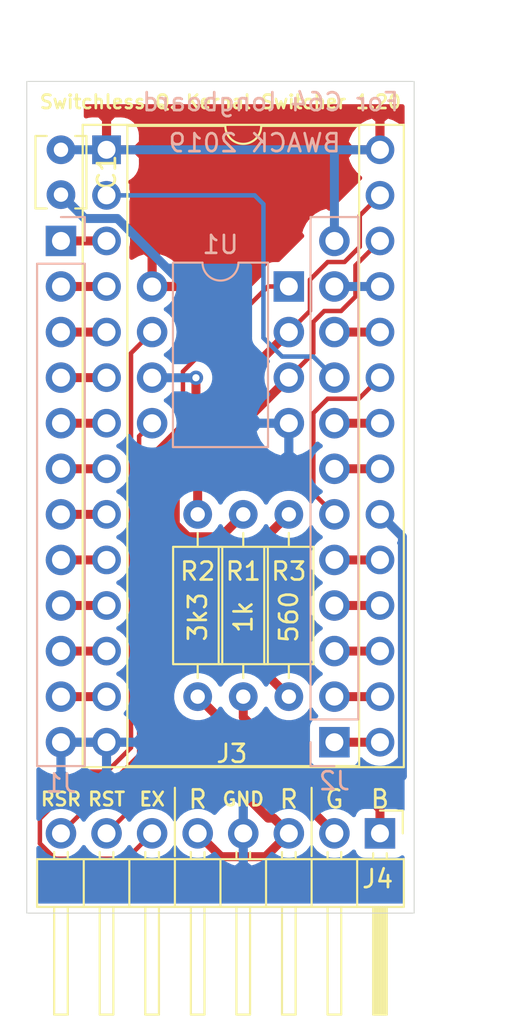
<source format=kicad_pcb>
(kicad_pcb (version 20171130) (host pcbnew "(5.1.2)-1")

  (general
    (thickness 1.6)
    (drawings 19)
    (tracks 124)
    (zones 0)
    (modules 9)
    (nets 34)
  )

  (page A4)
  (title_block
    (title "C64 Switchless Quad Kernal Switcher (SKS64)")
    (date 2019-07-13)
    (rev 1.20)
    (company Bwack)
  )

  (layers
    (0 F.Cu signal)
    (31 B.Cu signal)
    (32 B.Adhes user)
    (33 F.Adhes user)
    (34 B.Paste user)
    (35 F.Paste user)
    (36 B.SilkS user)
    (37 F.SilkS user)
    (38 B.Mask user)
    (39 F.Mask user)
    (40 Dwgs.User user)
    (41 Cmts.User user)
    (42 Eco1.User user)
    (43 Eco2.User user)
    (44 Edge.Cuts user)
    (45 Margin user)
    (46 B.CrtYd user)
    (47 F.CrtYd user)
    (48 B.Fab user)
    (49 F.Fab user)
  )

  (setup
    (last_trace_width 0.25)
    (user_trace_width 0.5)
    (user_trace_width 0.75)
    (user_trace_width 1)
    (trace_clearance 0.2)
    (zone_clearance 0.508)
    (zone_45_only no)
    (trace_min 0.2)
    (via_size 0.8)
    (via_drill 0.4)
    (via_min_size 0.4)
    (via_min_drill 0.3)
    (uvia_size 0.3)
    (uvia_drill 0.1)
    (uvias_allowed no)
    (uvia_min_size 0.2)
    (uvia_min_drill 0.1)
    (edge_width 0.05)
    (segment_width 0.2)
    (pcb_text_width 0.3)
    (pcb_text_size 1.5 1.5)
    (mod_edge_width 0.12)
    (mod_text_size 1 1)
    (mod_text_width 0.15)
    (pad_size 1.6 1.6)
    (pad_drill 1)
    (pad_to_mask_clearance 0.051)
    (solder_mask_min_width 0.25)
    (aux_axis_origin 0 0)
    (visible_elements 7FFFFFFF)
    (pcbplotparams
      (layerselection 0x010fc_ffffffff)
      (usegerberextensions false)
      (usegerberattributes false)
      (usegerberadvancedattributes false)
      (creategerberjobfile false)
      (excludeedgelayer true)
      (linewidth 0.100000)
      (plotframeref false)
      (viasonmask false)
      (mode 1)
      (useauxorigin false)
      (hpglpennumber 1)
      (hpglpenspeed 20)
      (hpglpendiameter 15.000000)
      (psnegative false)
      (psa4output false)
      (plotreference true)
      (plotvalue true)
      (plotinvisibletext false)
      (padsonsilk false)
      (subtractmaskfromsilk false)
      (outputformat 1)
      (mirror false)
      (drillshape 0)
      (scaleselection 1)
      (outputdirectory "gerber"))
  )

  (net 0 "")
  (net 1 VCC)
  (net 2 GND)
  (net 3 "Net-(J1-Pad1)")
  (net 4 "Net-(J1-Pad2)")
  (net 5 "Net-(J1-Pad3)")
  (net 6 "Net-(J1-Pad4)")
  (net 7 "Net-(J1-Pad5)")
  (net 8 "Net-(J1-Pad6)")
  (net 9 "Net-(J1-Pad7)")
  (net 10 "Net-(J1-Pad8)")
  (net 11 "Net-(J1-Pad9)")
  (net 12 "Net-(J1-Pad10)")
  (net 13 "Net-(J1-Pad11)")
  (net 14 "Net-(J2-Pad11)")
  (net 15 "Net-(J2-Pad10)")
  (net 16 "Net-(J2-Pad9)")
  (net 17 "Net-(J2-Pad8)")
  (net 18 "Net-(J2-Pad7)")
  (net 19 "Net-(J2-Pad6)")
  (net 20 "Net-(J2-Pad5)")
  (net 21 "Net-(J2-Pad4)")
  (net 22 "Net-(J2-Pad3)")
  (net 23 "Net-(J2-Pad2)")
  (net 24 "Net-(J2-Pad1)")
  (net 25 /A13)
  (net 26 /A14)
  (net 27 /~RESTORE~)
  (net 28 /~INTRST~)
  (net 29 /~EXROM~)
  (net 30 /RED)
  (net 31 /GREEN)
  (net 32 /BLUE)
  (net 33 /RED_LED)

  (net_class Default "This is the default net class."
    (clearance 0.2)
    (trace_width 0.25)
    (via_dia 0.8)
    (via_drill 0.4)
    (uvia_dia 0.3)
    (uvia_drill 0.1)
    (add_net /A13)
    (add_net /A14)
    (add_net /BLUE)
    (add_net /GREEN)
    (add_net /RED)
    (add_net /RED_LED)
    (add_net /~EXROM~)
    (add_net /~INTRST~)
    (add_net /~RESTORE~)
    (add_net GND)
    (add_net "Net-(J1-Pad1)")
    (add_net "Net-(J1-Pad10)")
    (add_net "Net-(J1-Pad11)")
    (add_net "Net-(J1-Pad2)")
    (add_net "Net-(J1-Pad3)")
    (add_net "Net-(J1-Pad4)")
    (add_net "Net-(J1-Pad5)")
    (add_net "Net-(J1-Pad6)")
    (add_net "Net-(J1-Pad7)")
    (add_net "Net-(J1-Pad8)")
    (add_net "Net-(J1-Pad9)")
    (add_net "Net-(J2-Pad1)")
    (add_net "Net-(J2-Pad10)")
    (add_net "Net-(J2-Pad11)")
    (add_net "Net-(J2-Pad2)")
    (add_net "Net-(J2-Pad3)")
    (add_net "Net-(J2-Pad4)")
    (add_net "Net-(J2-Pad5)")
    (add_net "Net-(J2-Pad6)")
    (add_net "Net-(J2-Pad7)")
    (add_net "Net-(J2-Pad8)")
    (add_net "Net-(J2-Pad9)")
    (add_net VCC)
  )

  (module Package_DIP:DIP-8_W7.62mm (layer B.Cu) (tedit 5D28F856) (tstamp 5D2A37C6)
    (at 116.84 66.04 180)
    (descr "8-lead though-hole mounted DIP package, row spacing 7.62 mm (300 mils)")
    (tags "THT DIP DIL PDIP 2.54mm 7.62mm 300mil")
    (path /5D315810)
    (fp_text reference U1 (at 3.81 2.33) (layer B.SilkS)
      (effects (font (size 1 1) (thickness 0.15)) (justify mirror))
    )
    (fp_text value ATtiny45/85-20PU (at 3.81 -9.95) (layer B.Fab)
      (effects (font (size 1 1) (thickness 0.15)) (justify mirror))
    )
    (fp_text user %R (at 3.81 -3.81) (layer B.Fab)
      (effects (font (size 1 1) (thickness 0.15)) (justify mirror))
    )
    (fp_line (start 8.7 1.55) (end -1.1 1.55) (layer B.CrtYd) (width 0.05))
    (fp_line (start 8.7 -9.15) (end 8.7 1.55) (layer B.CrtYd) (width 0.05))
    (fp_line (start -1.1 -9.15) (end 8.7 -9.15) (layer B.CrtYd) (width 0.05))
    (fp_line (start -1.1 1.55) (end -1.1 -9.15) (layer B.CrtYd) (width 0.05))
    (fp_line (start 6.46 1.33) (end 4.81 1.33) (layer B.SilkS) (width 0.12))
    (fp_line (start 6.46 -8.95) (end 6.46 1.33) (layer B.SilkS) (width 0.12))
    (fp_line (start 1.16 -8.95) (end 6.46 -8.95) (layer B.SilkS) (width 0.12))
    (fp_line (start 1.16 1.33) (end 1.16 -8.95) (layer B.SilkS) (width 0.12))
    (fp_line (start 2.81 1.33) (end 1.16 1.33) (layer B.SilkS) (width 0.12))
    (fp_line (start 0.635 0.27) (end 1.635 1.27) (layer B.Fab) (width 0.1))
    (fp_line (start 0.635 -8.89) (end 0.635 0.27) (layer B.Fab) (width 0.1))
    (fp_line (start 6.985 -8.89) (end 0.635 -8.89) (layer B.Fab) (width 0.1))
    (fp_line (start 6.985 1.27) (end 6.985 -8.89) (layer B.Fab) (width 0.1))
    (fp_line (start 1.635 1.27) (end 6.985 1.27) (layer B.Fab) (width 0.1))
    (fp_arc (start 3.81 1.33) (end 2.81 1.33) (angle 180) (layer B.SilkS) (width 0.12))
    (pad 8 thru_hole oval (at 7.62 0 180) (size 1.7 1.7) (drill 1) (layers *.Cu *.Mask)
      (net 1 VCC))
    (pad 4 thru_hole oval (at 0 -7.62 180) (size 1.7 1.7) (drill 1) (layers *.Cu *.Mask)
      (net 2 GND))
    (pad 7 thru_hole oval (at 7.62 -2.54 180) (size 1.7 1.7) (drill 1) (layers *.Cu *.Mask)
      (net 28 /~INTRST~))
    (pad 3 thru_hole oval (at 0 -5.08 180) (size 1.7 1.7) (drill 1) (layers *.Cu *.Mask)
      (net 25 /A13))
    (pad 6 thru_hole oval (at 7.62 -5.08 180) (size 1.7 1.7) (drill 1) (layers *.Cu *.Mask)
      (net 33 /RED_LED))
    (pad 2 thru_hole oval (at 0 -2.54 180) (size 1.7 1.7) (drill 1) (layers *.Cu *.Mask)
      (net 26 /A14))
    (pad 5 thru_hole oval (at 7.62 -7.62 180) (size 1.7 1.7) (drill 1) (layers *.Cu *.Mask)
      (net 27 /~RESTORE~))
    (pad 1 thru_hole rect (at 0 0 180) (size 1.7 1.7) (drill 1) (layers *.Cu *.Mask)
      (net 29 /~EXROM~))
    (model ${KISYS3DMOD}/Package_DIP.3dshapes/DIP-8_W7.62mm.wrl
      (at (xyz 0 0 0))
      (scale (xyz 1 1 1))
      (rotate (xyz 0 0 0))
    )
  )

  (module Package_DIP:DIP-28_W15.24mm_Socket (layer F.Cu) (tedit 5D29E152) (tstamp 5D283E47)
    (at 106.68 58.42)
    (descr "28-lead though-hole mounted DIP package, row spacing 15.24 mm (600 mils), Socket")
    (tags "THT DIP DIL PDIP 2.54mm 15.24mm 600mil Socket")
    (path /5D2A3953)
    (fp_text reference J3 (at 6.985 33.655) (layer F.SilkS)
      (effects (font (size 1 1) (thickness 0.15)))
    )
    (fp_text value 27C256_28PDIP (at 6.477 33.02) (layer F.Fab)
      (effects (font (size 1 1) (thickness 0.15)))
    )
    (fp_arc (start 7.62 -1.33) (end 6.62 -1.33) (angle -180) (layer F.SilkS) (width 0.12))
    (fp_line (start 1.255 -1.27) (end 14.985 -1.27) (layer F.Fab) (width 0.1))
    (fp_line (start 14.985 -1.27) (end 14.985 34.29) (layer F.Fab) (width 0.1))
    (fp_line (start 14.985 34.29) (end 0.255 34.29) (layer F.Fab) (width 0.1))
    (fp_line (start 0.255 34.29) (end 0.255 -0.27) (layer F.Fab) (width 0.1))
    (fp_line (start 0.255 -0.27) (end 1.255 -1.27) (layer F.Fab) (width 0.1))
    (fp_line (start -1.27 -1.33) (end -1.27 34.35) (layer F.Fab) (width 0.1))
    (fp_line (start -1.27 34.35) (end 16.51 34.35) (layer F.Fab) (width 0.1))
    (fp_line (start 16.51 34.35) (end 16.51 -1.33) (layer F.Fab) (width 0.1))
    (fp_line (start 16.51 -1.33) (end -1.27 -1.33) (layer F.Fab) (width 0.1))
    (fp_line (start 6.62 -1.33) (end 1.16 -1.33) (layer F.SilkS) (width 0.12))
    (fp_line (start 1.16 -1.33) (end 1.16 34.35) (layer F.SilkS) (width 0.12))
    (fp_line (start 1.16 34.35) (end 14.08 34.35) (layer F.SilkS) (width 0.12))
    (fp_line (start 14.08 34.35) (end 14.08 -1.33) (layer F.SilkS) (width 0.12))
    (fp_line (start 14.08 -1.33) (end 8.62 -1.33) (layer F.SilkS) (width 0.12))
    (fp_line (start -1.33 -1.39) (end -1.33 34.41) (layer F.SilkS) (width 0.12))
    (fp_line (start -1.33 34.41) (end 16.57 34.41) (layer F.SilkS) (width 0.12))
    (fp_line (start 16.57 34.41) (end 16.57 -1.39) (layer F.SilkS) (width 0.12))
    (fp_line (start 16.57 -1.39) (end -1.33 -1.39) (layer F.SilkS) (width 0.12))
    (fp_line (start -1.55 -1.6) (end -1.55 34.65) (layer F.CrtYd) (width 0.05))
    (fp_line (start -1.55 34.65) (end 16.8 34.65) (layer F.CrtYd) (width 0.05))
    (fp_line (start 16.8 34.65) (end 16.8 -1.6) (layer F.CrtYd) (width 0.05))
    (fp_line (start 16.8 -1.6) (end -1.55 -1.6) (layer F.CrtYd) (width 0.05))
    (fp_text user %R (at 7.62 16.51) (layer F.Fab)
      (effects (font (size 1 1) (thickness 0.15)))
    )
    (pad 1 thru_hole rect (at 0 0) (size 1.6 1.6) (drill 1) (layers *.Cu *.Mask)
      (net 1 VCC))
    (pad 15 thru_hole oval (at 15.24 33.02) (size 1.6 1.6) (drill 1) (layers *.Cu *.Mask)
      (net 24 "Net-(J2-Pad1)"))
    (pad 2 thru_hole oval (at 0 2.54) (size 1.6 1.6) (drill 1) (layers *.Cu *.Mask)
      (net 16 "Net-(J2-Pad9)"))
    (pad 16 thru_hole oval (at 15.24 30.48) (size 1.6 1.6) (drill 1) (layers *.Cu *.Mask)
      (net 23 "Net-(J2-Pad2)"))
    (pad 3 thru_hole oval (at 0 5.08) (size 1.6 1.6) (drill 1) (layers *.Cu *.Mask)
      (net 3 "Net-(J1-Pad1)"))
    (pad 17 thru_hole oval (at 15.24 27.94) (size 1.6 1.6) (drill 1) (layers *.Cu *.Mask)
      (net 22 "Net-(J2-Pad3)"))
    (pad 4 thru_hole oval (at 0 7.62) (size 1.6 1.6) (drill 1) (layers *.Cu *.Mask)
      (net 4 "Net-(J1-Pad2)"))
    (pad 18 thru_hole oval (at 15.24 25.4) (size 1.6 1.6) (drill 1) (layers *.Cu *.Mask)
      (net 21 "Net-(J2-Pad4)"))
    (pad 5 thru_hole oval (at 0 10.16) (size 1.6 1.6) (drill 1) (layers *.Cu *.Mask)
      (net 5 "Net-(J1-Pad3)"))
    (pad 19 thru_hole oval (at 15.24 22.86) (size 1.6 1.6) (drill 1) (layers *.Cu *.Mask)
      (net 20 "Net-(J2-Pad5)"))
    (pad 6 thru_hole oval (at 0 12.7) (size 1.6 1.6) (drill 1) (layers *.Cu *.Mask)
      (net 6 "Net-(J1-Pad4)"))
    (pad 20 thru_hole oval (at 15.24 20.32) (size 1.6 1.6) (drill 1) (layers *.Cu *.Mask)
      (net 2 GND))
    (pad 7 thru_hole oval (at 0 15.24) (size 1.6 1.6) (drill 1) (layers *.Cu *.Mask)
      (net 7 "Net-(J1-Pad5)"))
    (pad 21 thru_hole oval (at 15.24 17.78) (size 1.6 1.6) (drill 1) (layers *.Cu *.Mask)
      (net 18 "Net-(J2-Pad7)"))
    (pad 8 thru_hole oval (at 0 17.78) (size 1.6 1.6) (drill 1) (layers *.Cu *.Mask)
      (net 8 "Net-(J1-Pad6)"))
    (pad 22 thru_hole oval (at 15.24 15.24) (size 1.6 1.6) (drill 1) (layers *.Cu *.Mask)
      (net 17 "Net-(J2-Pad8)"))
    (pad 9 thru_hole oval (at 0 20.32) (size 1.6 1.6) (drill 1) (layers *.Cu *.Mask)
      (net 9 "Net-(J1-Pad7)"))
    (pad 23 thru_hole oval (at 15.24 12.7) (size 1.6 1.6) (drill 1) (layers *.Cu *.Mask)
      (net 19 "Net-(J2-Pad6)"))
    (pad 10 thru_hole oval (at 0 22.86) (size 1.6 1.6) (drill 1) (layers *.Cu *.Mask)
      (net 10 "Net-(J1-Pad8)"))
    (pad 24 thru_hole oval (at 15.24 10.16) (size 1.6 1.6) (drill 1) (layers *.Cu *.Mask)
      (net 15 "Net-(J2-Pad10)"))
    (pad 11 thru_hole oval (at 0 25.4) (size 1.6 1.6) (drill 1) (layers *.Cu *.Mask)
      (net 11 "Net-(J1-Pad9)"))
    (pad 25 thru_hole oval (at 15.24 7.62) (size 1.6 1.6) (drill 1) (layers *.Cu *.Mask)
      (net 14 "Net-(J2-Pad11)"))
    (pad 12 thru_hole oval (at 0 27.94) (size 1.6 1.6) (drill 1) (layers *.Cu *.Mask)
      (net 12 "Net-(J1-Pad10)"))
    (pad 26 thru_hole oval (at 15.24 5.08) (size 1.6 1.6) (drill 1) (layers *.Cu *.Mask)
      (net 25 /A13))
    (pad 13 thru_hole oval (at 0 30.48) (size 1.6 1.6) (drill 1) (layers *.Cu *.Mask)
      (net 13 "Net-(J1-Pad11)"))
    (pad 27 thru_hole oval (at 15.24 2.54) (size 1.6 1.6) (drill 1) (layers *.Cu *.Mask)
      (net 26 /A14))
    (pad 14 thru_hole oval (at 0 33.02) (size 1.6 1.6) (drill 1) (layers *.Cu *.Mask)
      (net 2 GND))
    (pad 28 thru_hole oval (at 15.24 0) (size 1.6 1.6) (drill 1) (layers *.Cu *.Mask)
      (net 1 VCC))
    (model ${KISYS3DMOD}/Package_DIP.3dshapes/DIP-28_W15.24mm_Socket.wrl
      (at (xyz 0 0 0))
      (scale (xyz 1 1 1))
      (rotate (xyz 0 0 0))
    )
  )

  (module Capacitor_THT:C_Disc_D3.8mm_W2.6mm_P2.50mm (layer F.Cu) (tedit 5AE50EF0) (tstamp 5D285186)
    (at 104.14 58.42 270)
    (descr "C, Disc series, Radial, pin pitch=2.50mm, , diameter*width=3.8*2.6mm^2, Capacitor, http://www.vishay.com/docs/45233/krseries.pdf")
    (tags "C Disc series Radial pin pitch 2.50mm  diameter 3.8mm width 2.6mm Capacitor")
    (path /5D340530)
    (fp_text reference C1 (at 1.25 -2.55 90) (layer F.SilkS)
      (effects (font (size 1 1) (thickness 0.15)))
    )
    (fp_text value C (at 1.25 2.55 90) (layer F.Fab)
      (effects (font (size 1 1) (thickness 0.15)))
    )
    (fp_line (start -0.65 -1.3) (end -0.65 1.3) (layer F.Fab) (width 0.1))
    (fp_line (start -0.65 1.3) (end 3.15 1.3) (layer F.Fab) (width 0.1))
    (fp_line (start 3.15 1.3) (end 3.15 -1.3) (layer F.Fab) (width 0.1))
    (fp_line (start 3.15 -1.3) (end -0.65 -1.3) (layer F.Fab) (width 0.1))
    (fp_line (start -0.77 -1.42) (end 3.27 -1.42) (layer F.SilkS) (width 0.12))
    (fp_line (start -0.77 1.42) (end 3.27 1.42) (layer F.SilkS) (width 0.12))
    (fp_line (start -0.77 -1.42) (end -0.77 -0.795) (layer F.SilkS) (width 0.12))
    (fp_line (start -0.77 0.795) (end -0.77 1.42) (layer F.SilkS) (width 0.12))
    (fp_line (start 3.27 -1.42) (end 3.27 -0.795) (layer F.SilkS) (width 0.12))
    (fp_line (start 3.27 0.795) (end 3.27 1.42) (layer F.SilkS) (width 0.12))
    (fp_line (start -1.05 -1.55) (end -1.05 1.55) (layer F.CrtYd) (width 0.05))
    (fp_line (start -1.05 1.55) (end 3.55 1.55) (layer F.CrtYd) (width 0.05))
    (fp_line (start 3.55 1.55) (end 3.55 -1.55) (layer F.CrtYd) (width 0.05))
    (fp_line (start 3.55 -1.55) (end -1.05 -1.55) (layer F.CrtYd) (width 0.05))
    (fp_text user %R (at 1.25 0 90) (layer F.Fab)
      (effects (font (size 0.76 0.76) (thickness 0.114)))
    )
    (pad 1 thru_hole circle (at 0 0 270) (size 1.6 1.6) (drill 0.8) (layers *.Cu *.Mask)
      (net 1 VCC))
    (pad 2 thru_hole circle (at 2.5 0 270) (size 1.6 1.6) (drill 0.8) (layers *.Cu *.Mask)
      (net 2 GND))
    (model ${KISYS3DMOD}/Capacitor_THT.3dshapes/C_Disc_D3.8mm_W2.6mm_P2.50mm.wrl
      (at (xyz 0 0 0))
      (scale (xyz 1 1 1))
      (rotate (xyz 0 0 0))
    )
  )

  (module Connector_PinHeader_2.54mm:PinHeader_1x12_P2.54mm_Vertical (layer B.Cu) (tedit 59FED5CC) (tstamp 5D286A0B)
    (at 104.14 63.5 180)
    (descr "Through hole straight pin header, 1x12, 2.54mm pitch, single row")
    (tags "Through hole pin header THT 1x12 2.54mm single row")
    (path /5D27B1FF)
    (fp_text reference J1 (at 0 -30.226) (layer B.SilkS)
      (effects (font (size 1 1) (thickness 0.15)) (justify mirror))
    )
    (fp_text value Pinlist_12pin (at 1.905 -23.495 90) (layer B.Fab)
      (effects (font (size 1 1) (thickness 0.15)) (justify mirror))
    )
    (fp_line (start -0.635 1.27) (end 1.27 1.27) (layer B.Fab) (width 0.1))
    (fp_line (start 1.27 1.27) (end 1.27 -29.21) (layer B.Fab) (width 0.1))
    (fp_line (start 1.27 -29.21) (end -1.27 -29.21) (layer B.Fab) (width 0.1))
    (fp_line (start -1.27 -29.21) (end -1.27 0.635) (layer B.Fab) (width 0.1))
    (fp_line (start -1.27 0.635) (end -0.635 1.27) (layer B.Fab) (width 0.1))
    (fp_line (start -1.33 -29.27) (end 1.33 -29.27) (layer B.SilkS) (width 0.12))
    (fp_line (start -1.33 -1.27) (end -1.33 -29.27) (layer B.SilkS) (width 0.12))
    (fp_line (start 1.33 -1.27) (end 1.33 -29.27) (layer B.SilkS) (width 0.12))
    (fp_line (start -1.33 -1.27) (end 1.33 -1.27) (layer B.SilkS) (width 0.12))
    (fp_line (start -1.33 0) (end -1.33 1.33) (layer B.SilkS) (width 0.12))
    (fp_line (start -1.33 1.33) (end 0 1.33) (layer B.SilkS) (width 0.12))
    (fp_line (start -1.8 1.8) (end -1.8 -29.75) (layer B.CrtYd) (width 0.05))
    (fp_line (start -1.8 -29.75) (end 1.8 -29.75) (layer B.CrtYd) (width 0.05))
    (fp_line (start 1.8 -29.75) (end 1.8 1.8) (layer B.CrtYd) (width 0.05))
    (fp_line (start 1.8 1.8) (end -1.8 1.8) (layer B.CrtYd) (width 0.05))
    (fp_text user %R (at 0 -13.97 270) (layer B.Fab)
      (effects (font (size 1 1) (thickness 0.15)) (justify mirror))
    )
    (pad 1 thru_hole rect (at 0 0 180) (size 1.7 1.7) (drill 1) (layers *.Cu *.Mask)
      (net 3 "Net-(J1-Pad1)"))
    (pad 2 thru_hole oval (at 0 -2.54 180) (size 1.7 1.7) (drill 1) (layers *.Cu *.Mask)
      (net 4 "Net-(J1-Pad2)"))
    (pad 3 thru_hole oval (at 0 -5.08 180) (size 1.7 1.7) (drill 1) (layers *.Cu *.Mask)
      (net 5 "Net-(J1-Pad3)"))
    (pad 4 thru_hole oval (at 0 -7.62 180) (size 1.7 1.7) (drill 1) (layers *.Cu *.Mask)
      (net 6 "Net-(J1-Pad4)"))
    (pad 5 thru_hole oval (at 0 -10.16 180) (size 1.7 1.7) (drill 1) (layers *.Cu *.Mask)
      (net 7 "Net-(J1-Pad5)"))
    (pad 6 thru_hole oval (at 0 -12.7 180) (size 1.7 1.7) (drill 1) (layers *.Cu *.Mask)
      (net 8 "Net-(J1-Pad6)"))
    (pad 7 thru_hole oval (at 0 -15.24 180) (size 1.7 1.7) (drill 1) (layers *.Cu *.Mask)
      (net 9 "Net-(J1-Pad7)"))
    (pad 8 thru_hole oval (at 0 -17.78 180) (size 1.7 1.7) (drill 1) (layers *.Cu *.Mask)
      (net 10 "Net-(J1-Pad8)"))
    (pad 9 thru_hole oval (at 0 -20.32 180) (size 1.7 1.7) (drill 1) (layers *.Cu *.Mask)
      (net 11 "Net-(J1-Pad9)"))
    (pad 10 thru_hole oval (at 0 -22.86 180) (size 1.7 1.7) (drill 1) (layers *.Cu *.Mask)
      (net 12 "Net-(J1-Pad10)"))
    (pad 11 thru_hole oval (at 0 -25.4 180) (size 1.7 1.7) (drill 1) (layers *.Cu *.Mask)
      (net 13 "Net-(J1-Pad11)"))
    (pad 12 thru_hole oval (at 0 -27.94 180) (size 1.7 1.7) (drill 1) (layers *.Cu *.Mask)
      (net 2 GND))
    (model ${KISYS3DMOD}/Connector_PinHeader_2.54mm.3dshapes/PinHeader_1x12_P2.54mm_Vertical.wrl
      (at (xyz 0 0 0))
      (scale (xyz 1 1 1))
      (rotate (xyz 0 0 0))
    )
  )

  (module Connector_PinHeader_2.54mm:PinHeader_1x12_P2.54mm_Vertical (layer B.Cu) (tedit 59FED5CC) (tstamp 5D2864FB)
    (at 119.38 91.44)
    (descr "Through hole straight pin header, 1x12, 2.54mm pitch, single row")
    (tags "Through hole pin header THT 1x12 2.54mm single row")
    (path /5D27EF52)
    (fp_text reference J2 (at 0 2.159) (layer B.SilkS)
      (effects (font (size 1 1) (thickness 0.15)) (justify mirror))
    )
    (fp_text value Pinlist_12pin (at 1.27 -24.13 90) (layer B.Fab)
      (effects (font (size 1 1) (thickness 0.15)) (justify mirror))
    )
    (fp_text user %R (at 0 -13.97 270) (layer B.Fab)
      (effects (font (size 1 1) (thickness 0.15)) (justify mirror))
    )
    (fp_line (start 1.8 1.8) (end -1.8 1.8) (layer B.CrtYd) (width 0.05))
    (fp_line (start 1.8 -29.75) (end 1.8 1.8) (layer B.CrtYd) (width 0.05))
    (fp_line (start -1.8 -29.75) (end 1.8 -29.75) (layer B.CrtYd) (width 0.05))
    (fp_line (start -1.8 1.8) (end -1.8 -29.75) (layer B.CrtYd) (width 0.05))
    (fp_line (start -1.33 1.33) (end 0 1.33) (layer B.SilkS) (width 0.12))
    (fp_line (start -1.33 0) (end -1.33 1.33) (layer B.SilkS) (width 0.12))
    (fp_line (start -1.33 -1.27) (end 1.33 -1.27) (layer B.SilkS) (width 0.12))
    (fp_line (start 1.33 -1.27) (end 1.33 -29.27) (layer B.SilkS) (width 0.12))
    (fp_line (start -1.33 -1.27) (end -1.33 -29.27) (layer B.SilkS) (width 0.12))
    (fp_line (start -1.33 -29.27) (end 1.33 -29.27) (layer B.SilkS) (width 0.12))
    (fp_line (start -1.27 0.635) (end -0.635 1.27) (layer B.Fab) (width 0.1))
    (fp_line (start -1.27 -29.21) (end -1.27 0.635) (layer B.Fab) (width 0.1))
    (fp_line (start 1.27 -29.21) (end -1.27 -29.21) (layer B.Fab) (width 0.1))
    (fp_line (start 1.27 1.27) (end 1.27 -29.21) (layer B.Fab) (width 0.1))
    (fp_line (start -0.635 1.27) (end 1.27 1.27) (layer B.Fab) (width 0.1))
    (pad 12 thru_hole oval (at 0 -27.94) (size 1.7 1.7) (drill 1) (layers *.Cu *.Mask)
      (net 1 VCC))
    (pad 11 thru_hole oval (at 0 -25.4) (size 1.7 1.7) (drill 1) (layers *.Cu *.Mask)
      (net 14 "Net-(J2-Pad11)"))
    (pad 10 thru_hole oval (at 0 -22.86) (size 1.7 1.7) (drill 1) (layers *.Cu *.Mask)
      (net 15 "Net-(J2-Pad10)"))
    (pad 9 thru_hole oval (at 0 -20.32) (size 1.7 1.7) (drill 1) (layers *.Cu *.Mask)
      (net 16 "Net-(J2-Pad9)"))
    (pad 8 thru_hole oval (at 0 -17.78) (size 1.7 1.7) (drill 1) (layers *.Cu *.Mask)
      (net 17 "Net-(J2-Pad8)"))
    (pad 7 thru_hole oval (at 0 -15.24) (size 1.7 1.7) (drill 1) (layers *.Cu *.Mask)
      (net 18 "Net-(J2-Pad7)"))
    (pad 6 thru_hole oval (at 0 -12.7) (size 1.7 1.7) (drill 1) (layers *.Cu *.Mask)
      (net 19 "Net-(J2-Pad6)"))
    (pad 5 thru_hole oval (at 0 -10.16) (size 1.7 1.7) (drill 1) (layers *.Cu *.Mask)
      (net 20 "Net-(J2-Pad5)"))
    (pad 4 thru_hole oval (at 0 -7.62) (size 1.7 1.7) (drill 1) (layers *.Cu *.Mask)
      (net 21 "Net-(J2-Pad4)"))
    (pad 3 thru_hole oval (at 0 -5.08) (size 1.7 1.7) (drill 1) (layers *.Cu *.Mask)
      (net 22 "Net-(J2-Pad3)"))
    (pad 2 thru_hole oval (at 0 -2.54) (size 1.7 1.7) (drill 1) (layers *.Cu *.Mask)
      (net 23 "Net-(J2-Pad2)"))
    (pad 1 thru_hole rect (at 0 0) (size 1.7 1.7) (drill 1) (layers *.Cu *.Mask)
      (net 24 "Net-(J2-Pad1)"))
    (model ${KISYS3DMOD}/Connector_PinHeader_2.54mm.3dshapes/PinHeader_1x12_P2.54mm_Vertical.wrl
      (at (xyz 0 0 0))
      (scale (xyz 1 1 1))
      (rotate (xyz 0 0 0))
    )
  )

  (module Connector_PinHeader_2.54mm:PinHeader_1x08_P2.54mm_Horizontal (layer F.Cu) (tedit 59FED5CB) (tstamp 5D284F85)
    (at 121.92 96.52 270)
    (descr "Through hole angled pin header, 1x08, 2.54mm pitch, 6mm pin length, single row")
    (tags "Through hole angled pin header THT 1x08 2.54mm single row")
    (path /5D2EA50E)
    (fp_text reference J4 (at 2.54 0.127 180) (layer F.SilkS)
      (effects (font (size 1 1) (thickness 0.15)))
    )
    (fp_text value Wireconnections (at 4.385 20.05 90) (layer F.Fab)
      (effects (font (size 1 1) (thickness 0.15)))
    )
    (fp_line (start 2.135 -1.27) (end 4.04 -1.27) (layer F.Fab) (width 0.1))
    (fp_line (start 4.04 -1.27) (end 4.04 19.05) (layer F.Fab) (width 0.1))
    (fp_line (start 4.04 19.05) (end 1.5 19.05) (layer F.Fab) (width 0.1))
    (fp_line (start 1.5 19.05) (end 1.5 -0.635) (layer F.Fab) (width 0.1))
    (fp_line (start 1.5 -0.635) (end 2.135 -1.27) (layer F.Fab) (width 0.1))
    (fp_line (start -0.32 -0.32) (end 1.5 -0.32) (layer F.Fab) (width 0.1))
    (fp_line (start -0.32 -0.32) (end -0.32 0.32) (layer F.Fab) (width 0.1))
    (fp_line (start -0.32 0.32) (end 1.5 0.32) (layer F.Fab) (width 0.1))
    (fp_line (start 4.04 -0.32) (end 10.04 -0.32) (layer F.Fab) (width 0.1))
    (fp_line (start 10.04 -0.32) (end 10.04 0.32) (layer F.Fab) (width 0.1))
    (fp_line (start 4.04 0.32) (end 10.04 0.32) (layer F.Fab) (width 0.1))
    (fp_line (start -0.32 2.22) (end 1.5 2.22) (layer F.Fab) (width 0.1))
    (fp_line (start -0.32 2.22) (end -0.32 2.86) (layer F.Fab) (width 0.1))
    (fp_line (start -0.32 2.86) (end 1.5 2.86) (layer F.Fab) (width 0.1))
    (fp_line (start 4.04 2.22) (end 10.04 2.22) (layer F.Fab) (width 0.1))
    (fp_line (start 10.04 2.22) (end 10.04 2.86) (layer F.Fab) (width 0.1))
    (fp_line (start 4.04 2.86) (end 10.04 2.86) (layer F.Fab) (width 0.1))
    (fp_line (start -0.32 4.76) (end 1.5 4.76) (layer F.Fab) (width 0.1))
    (fp_line (start -0.32 4.76) (end -0.32 5.4) (layer F.Fab) (width 0.1))
    (fp_line (start -0.32 5.4) (end 1.5 5.4) (layer F.Fab) (width 0.1))
    (fp_line (start 4.04 4.76) (end 10.04 4.76) (layer F.Fab) (width 0.1))
    (fp_line (start 10.04 4.76) (end 10.04 5.4) (layer F.Fab) (width 0.1))
    (fp_line (start 4.04 5.4) (end 10.04 5.4) (layer F.Fab) (width 0.1))
    (fp_line (start -0.32 7.3) (end 1.5 7.3) (layer F.Fab) (width 0.1))
    (fp_line (start -0.32 7.3) (end -0.32 7.94) (layer F.Fab) (width 0.1))
    (fp_line (start -0.32 7.94) (end 1.5 7.94) (layer F.Fab) (width 0.1))
    (fp_line (start 4.04 7.3) (end 10.04 7.3) (layer F.Fab) (width 0.1))
    (fp_line (start 10.04 7.3) (end 10.04 7.94) (layer F.Fab) (width 0.1))
    (fp_line (start 4.04 7.94) (end 10.04 7.94) (layer F.Fab) (width 0.1))
    (fp_line (start -0.32 9.84) (end 1.5 9.84) (layer F.Fab) (width 0.1))
    (fp_line (start -0.32 9.84) (end -0.32 10.48) (layer F.Fab) (width 0.1))
    (fp_line (start -0.32 10.48) (end 1.5 10.48) (layer F.Fab) (width 0.1))
    (fp_line (start 4.04 9.84) (end 10.04 9.84) (layer F.Fab) (width 0.1))
    (fp_line (start 10.04 9.84) (end 10.04 10.48) (layer F.Fab) (width 0.1))
    (fp_line (start 4.04 10.48) (end 10.04 10.48) (layer F.Fab) (width 0.1))
    (fp_line (start -0.32 12.38) (end 1.5 12.38) (layer F.Fab) (width 0.1))
    (fp_line (start -0.32 12.38) (end -0.32 13.02) (layer F.Fab) (width 0.1))
    (fp_line (start -0.32 13.02) (end 1.5 13.02) (layer F.Fab) (width 0.1))
    (fp_line (start 4.04 12.38) (end 10.04 12.38) (layer F.Fab) (width 0.1))
    (fp_line (start 10.04 12.38) (end 10.04 13.02) (layer F.Fab) (width 0.1))
    (fp_line (start 4.04 13.02) (end 10.04 13.02) (layer F.Fab) (width 0.1))
    (fp_line (start -0.32 14.92) (end 1.5 14.92) (layer F.Fab) (width 0.1))
    (fp_line (start -0.32 14.92) (end -0.32 15.56) (layer F.Fab) (width 0.1))
    (fp_line (start -0.32 15.56) (end 1.5 15.56) (layer F.Fab) (width 0.1))
    (fp_line (start 4.04 14.92) (end 10.04 14.92) (layer F.Fab) (width 0.1))
    (fp_line (start 10.04 14.92) (end 10.04 15.56) (layer F.Fab) (width 0.1))
    (fp_line (start 4.04 15.56) (end 10.04 15.56) (layer F.Fab) (width 0.1))
    (fp_line (start -0.32 17.46) (end 1.5 17.46) (layer F.Fab) (width 0.1))
    (fp_line (start -0.32 17.46) (end -0.32 18.1) (layer F.Fab) (width 0.1))
    (fp_line (start -0.32 18.1) (end 1.5 18.1) (layer F.Fab) (width 0.1))
    (fp_line (start 4.04 17.46) (end 10.04 17.46) (layer F.Fab) (width 0.1))
    (fp_line (start 10.04 17.46) (end 10.04 18.1) (layer F.Fab) (width 0.1))
    (fp_line (start 4.04 18.1) (end 10.04 18.1) (layer F.Fab) (width 0.1))
    (fp_line (start 1.44 -1.33) (end 1.44 19.11) (layer F.SilkS) (width 0.12))
    (fp_line (start 1.44 19.11) (end 4.1 19.11) (layer F.SilkS) (width 0.12))
    (fp_line (start 4.1 19.11) (end 4.1 -1.33) (layer F.SilkS) (width 0.12))
    (fp_line (start 4.1 -1.33) (end 1.44 -1.33) (layer F.SilkS) (width 0.12))
    (fp_line (start 4.1 -0.38) (end 10.1 -0.38) (layer F.SilkS) (width 0.12))
    (fp_line (start 10.1 -0.38) (end 10.1 0.38) (layer F.SilkS) (width 0.12))
    (fp_line (start 10.1 0.38) (end 4.1 0.38) (layer F.SilkS) (width 0.12))
    (fp_line (start 4.1 -0.32) (end 10.1 -0.32) (layer F.SilkS) (width 0.12))
    (fp_line (start 4.1 -0.2) (end 10.1 -0.2) (layer F.SilkS) (width 0.12))
    (fp_line (start 4.1 -0.08) (end 10.1 -0.08) (layer F.SilkS) (width 0.12))
    (fp_line (start 4.1 0.04) (end 10.1 0.04) (layer F.SilkS) (width 0.12))
    (fp_line (start 4.1 0.16) (end 10.1 0.16) (layer F.SilkS) (width 0.12))
    (fp_line (start 4.1 0.28) (end 10.1 0.28) (layer F.SilkS) (width 0.12))
    (fp_line (start 1.11 -0.38) (end 1.44 -0.38) (layer F.SilkS) (width 0.12))
    (fp_line (start 1.11 0.38) (end 1.44 0.38) (layer F.SilkS) (width 0.12))
    (fp_line (start 1.44 1.27) (end 4.1 1.27) (layer F.SilkS) (width 0.12))
    (fp_line (start 4.1 2.16) (end 10.1 2.16) (layer F.SilkS) (width 0.12))
    (fp_line (start 10.1 2.16) (end 10.1 2.92) (layer F.SilkS) (width 0.12))
    (fp_line (start 10.1 2.92) (end 4.1 2.92) (layer F.SilkS) (width 0.12))
    (fp_line (start 1.042929 2.16) (end 1.44 2.16) (layer F.SilkS) (width 0.12))
    (fp_line (start 1.042929 2.92) (end 1.44 2.92) (layer F.SilkS) (width 0.12))
    (fp_line (start 1.44 3.81) (end 4.1 3.81) (layer F.SilkS) (width 0.12))
    (fp_line (start 4.1 4.7) (end 10.1 4.7) (layer F.SilkS) (width 0.12))
    (fp_line (start 10.1 4.7) (end 10.1 5.46) (layer F.SilkS) (width 0.12))
    (fp_line (start 10.1 5.46) (end 4.1 5.46) (layer F.SilkS) (width 0.12))
    (fp_line (start 1.042929 4.7) (end 1.44 4.7) (layer F.SilkS) (width 0.12))
    (fp_line (start 1.042929 5.46) (end 1.44 5.46) (layer F.SilkS) (width 0.12))
    (fp_line (start 1.44 6.35) (end 4.1 6.35) (layer F.SilkS) (width 0.12))
    (fp_line (start 4.1 7.24) (end 10.1 7.24) (layer F.SilkS) (width 0.12))
    (fp_line (start 10.1 7.24) (end 10.1 8) (layer F.SilkS) (width 0.12))
    (fp_line (start 10.1 8) (end 4.1 8) (layer F.SilkS) (width 0.12))
    (fp_line (start 1.042929 7.24) (end 1.44 7.24) (layer F.SilkS) (width 0.12))
    (fp_line (start 1.042929 8) (end 1.44 8) (layer F.SilkS) (width 0.12))
    (fp_line (start 1.44 8.89) (end 4.1 8.89) (layer F.SilkS) (width 0.12))
    (fp_line (start 4.1 9.78) (end 10.1 9.78) (layer F.SilkS) (width 0.12))
    (fp_line (start 10.1 9.78) (end 10.1 10.54) (layer F.SilkS) (width 0.12))
    (fp_line (start 10.1 10.54) (end 4.1 10.54) (layer F.SilkS) (width 0.12))
    (fp_line (start 1.042929 9.78) (end 1.44 9.78) (layer F.SilkS) (width 0.12))
    (fp_line (start 1.042929 10.54) (end 1.44 10.54) (layer F.SilkS) (width 0.12))
    (fp_line (start 1.44 11.43) (end 4.1 11.43) (layer F.SilkS) (width 0.12))
    (fp_line (start 4.1 12.32) (end 10.1 12.32) (layer F.SilkS) (width 0.12))
    (fp_line (start 10.1 12.32) (end 10.1 13.08) (layer F.SilkS) (width 0.12))
    (fp_line (start 10.1 13.08) (end 4.1 13.08) (layer F.SilkS) (width 0.12))
    (fp_line (start 1.042929 12.32) (end 1.44 12.32) (layer F.SilkS) (width 0.12))
    (fp_line (start 1.042929 13.08) (end 1.44 13.08) (layer F.SilkS) (width 0.12))
    (fp_line (start 1.44 13.97) (end 4.1 13.97) (layer F.SilkS) (width 0.12))
    (fp_line (start 4.1 14.86) (end 10.1 14.86) (layer F.SilkS) (width 0.12))
    (fp_line (start 10.1 14.86) (end 10.1 15.62) (layer F.SilkS) (width 0.12))
    (fp_line (start 10.1 15.62) (end 4.1 15.62) (layer F.SilkS) (width 0.12))
    (fp_line (start 1.042929 14.86) (end 1.44 14.86) (layer F.SilkS) (width 0.12))
    (fp_line (start 1.042929 15.62) (end 1.44 15.62) (layer F.SilkS) (width 0.12))
    (fp_line (start 1.44 16.51) (end 4.1 16.51) (layer F.SilkS) (width 0.12))
    (fp_line (start 4.1 17.4) (end 10.1 17.4) (layer F.SilkS) (width 0.12))
    (fp_line (start 10.1 17.4) (end 10.1 18.16) (layer F.SilkS) (width 0.12))
    (fp_line (start 10.1 18.16) (end 4.1 18.16) (layer F.SilkS) (width 0.12))
    (fp_line (start 1.042929 17.4) (end 1.44 17.4) (layer F.SilkS) (width 0.12))
    (fp_line (start 1.042929 18.16) (end 1.44 18.16) (layer F.SilkS) (width 0.12))
    (fp_line (start -1.27 0) (end -1.27 -1.27) (layer F.SilkS) (width 0.12))
    (fp_line (start -1.27 -1.27) (end 0 -1.27) (layer F.SilkS) (width 0.12))
    (fp_line (start -1.8 -1.8) (end -1.8 19.55) (layer F.CrtYd) (width 0.05))
    (fp_line (start -1.8 19.55) (end 10.55 19.55) (layer F.CrtYd) (width 0.05))
    (fp_line (start 10.55 19.55) (end 10.55 -1.8) (layer F.CrtYd) (width 0.05))
    (fp_line (start 10.55 -1.8) (end -1.8 -1.8) (layer F.CrtYd) (width 0.05))
    (fp_text user %R (at 2.77 8.89) (layer F.Fab)
      (effects (font (size 1 1) (thickness 0.15)))
    )
    (pad 1 thru_hole rect (at 0 0 270) (size 1.7 1.7) (drill 1) (layers *.Cu *.Mask)
      (net 32 /BLUE))
    (pad 2 thru_hole oval (at 0 2.54 270) (size 1.7 1.7) (drill 1) (layers *.Cu *.Mask)
      (net 31 /GREEN))
    (pad 3 thru_hole oval (at 0 5.08 270) (size 1.7 1.7) (drill 1) (layers *.Cu *.Mask)
      (net 30 /RED))
    (pad 4 thru_hole oval (at 0 7.62 270) (size 1.7 1.7) (drill 1) (layers *.Cu *.Mask)
      (net 2 GND))
    (pad 5 thru_hole oval (at 0 10.16 270) (size 1.7 1.7) (drill 1) (layers *.Cu *.Mask)
      (net 30 /RED))
    (pad 6 thru_hole oval (at 0 12.7 270) (size 1.7 1.7) (drill 1) (layers *.Cu *.Mask)
      (net 28 /~INTRST~))
    (pad 7 thru_hole oval (at 0 15.24 270) (size 1.7 1.7) (drill 1) (layers *.Cu *.Mask)
      (net 29 /~EXROM~))
    (pad 8 thru_hole oval (at 0 17.78 270) (size 1.7 1.7) (drill 1) (layers *.Cu *.Mask)
      (net 27 /~RESTORE~))
    (model ${KISYS3DMOD}/Connector_PinHeader_2.54mm.3dshapes/PinHeader_1x08_P2.54mm_Horizontal.wrl
      (at (xyz 0 0 0))
      (scale (xyz 1 1 1))
      (rotate (xyz 0 0 0))
    )
  )

  (module Resistor_THT:R_Axial_DIN0207_L6.3mm_D2.5mm_P10.16mm_Horizontal (layer F.Cu) (tedit 5AE5139B) (tstamp 5D289241)
    (at 114.3 88.9 90)
    (descr "Resistor, Axial_DIN0207 series, Axial, Horizontal, pin pitch=10.16mm, 0.25W = 1/4W, length*diameter=6.3*2.5mm^2, http://cdn-reichelt.de/documents/datenblatt/B400/1_4W%23YAG.pdf")
    (tags "Resistor Axial_DIN0207 series Axial Horizontal pin pitch 10.16mm 0.25W = 1/4W length 6.3mm diameter 2.5mm")
    (path /5D2FA66C)
    (fp_text reference R1 (at 6.985 0 180) (layer F.SilkS)
      (effects (font (size 1 1) (thickness 0.15)))
    )
    (fp_text value 1k (at 4.445 0 90) (layer F.SilkS)
      (effects (font (size 1 1) (thickness 0.15)))
    )
    (fp_line (start 1.93 -1.25) (end 1.93 1.25) (layer F.Fab) (width 0.1))
    (fp_line (start 1.93 1.25) (end 8.23 1.25) (layer F.Fab) (width 0.1))
    (fp_line (start 8.23 1.25) (end 8.23 -1.25) (layer F.Fab) (width 0.1))
    (fp_line (start 8.23 -1.25) (end 1.93 -1.25) (layer F.Fab) (width 0.1))
    (fp_line (start 0 0) (end 1.93 0) (layer F.Fab) (width 0.1))
    (fp_line (start 10.16 0) (end 8.23 0) (layer F.Fab) (width 0.1))
    (fp_line (start 1.81 -1.37) (end 1.81 1.37) (layer F.SilkS) (width 0.12))
    (fp_line (start 1.81 1.37) (end 8.35 1.37) (layer F.SilkS) (width 0.12))
    (fp_line (start 8.35 1.37) (end 8.35 -1.37) (layer F.SilkS) (width 0.12))
    (fp_line (start 8.35 -1.37) (end 1.81 -1.37) (layer F.SilkS) (width 0.12))
    (fp_line (start 1.04 0) (end 1.81 0) (layer F.SilkS) (width 0.12))
    (fp_line (start 9.12 0) (end 8.35 0) (layer F.SilkS) (width 0.12))
    (fp_line (start -1.05 -1.5) (end -1.05 1.5) (layer F.CrtYd) (width 0.05))
    (fp_line (start -1.05 1.5) (end 11.21 1.5) (layer F.CrtYd) (width 0.05))
    (fp_line (start 11.21 1.5) (end 11.21 -1.5) (layer F.CrtYd) (width 0.05))
    (fp_line (start 11.21 -1.5) (end -1.05 -1.5) (layer F.CrtYd) (width 0.05))
    (fp_text user %R (at 5.08 0 90) (layer F.Fab)
      (effects (font (size 1 1) (thickness 0.15)))
    )
    (pad 1 thru_hole circle (at 0 0 90) (size 1.6 1.6) (drill 0.8) (layers *.Cu *.Mask)
      (net 32 /BLUE))
    (pad 2 thru_hole oval (at 10.16 0 90) (size 1.6 1.6) (drill 0.8) (layers *.Cu *.Mask)
      (net 26 /A14))
    (model ${KISYS3DMOD}/Resistor_THT.3dshapes/R_Axial_DIN0207_L6.3mm_D2.5mm_P10.16mm_Horizontal.wrl
      (at (xyz 0 0 0))
      (scale (xyz 1 1 1))
      (rotate (xyz 0 0 0))
    )
  )

  (module Resistor_THT:R_Axial_DIN0207_L6.3mm_D2.5mm_P10.16mm_Horizontal (layer F.Cu) (tedit 5AE5139B) (tstamp 5D28938D)
    (at 111.76 88.9 90)
    (descr "Resistor, Axial_DIN0207 series, Axial, Horizontal, pin pitch=10.16mm, 0.25W = 1/4W, length*diameter=6.3*2.5mm^2, http://cdn-reichelt.de/documents/datenblatt/B400/1_4W%23YAG.pdf")
    (tags "Resistor Axial_DIN0207 series Axial Horizontal pin pitch 10.16mm 0.25W = 1/4W length 6.3mm diameter 2.5mm")
    (path /5D2FB56E)
    (fp_text reference R2 (at 6.985 0 180) (layer F.SilkS)
      (effects (font (size 1 1) (thickness 0.15)))
    )
    (fp_text value 3k3 (at 4.445 0 90) (layer F.SilkS)
      (effects (font (size 1 1) (thickness 0.15)))
    )
    (fp_text user %R (at 5.08 0 90) (layer F.Fab)
      (effects (font (size 1 1) (thickness 0.15)))
    )
    (fp_line (start 11.21 -1.5) (end -1.05 -1.5) (layer F.CrtYd) (width 0.05))
    (fp_line (start 11.21 1.5) (end 11.21 -1.5) (layer F.CrtYd) (width 0.05))
    (fp_line (start -1.05 1.5) (end 11.21 1.5) (layer F.CrtYd) (width 0.05))
    (fp_line (start -1.05 -1.5) (end -1.05 1.5) (layer F.CrtYd) (width 0.05))
    (fp_line (start 9.12 0) (end 8.35 0) (layer F.SilkS) (width 0.12))
    (fp_line (start 1.04 0) (end 1.81 0) (layer F.SilkS) (width 0.12))
    (fp_line (start 8.35 -1.37) (end 1.81 -1.37) (layer F.SilkS) (width 0.12))
    (fp_line (start 8.35 1.37) (end 8.35 -1.37) (layer F.SilkS) (width 0.12))
    (fp_line (start 1.81 1.37) (end 8.35 1.37) (layer F.SilkS) (width 0.12))
    (fp_line (start 1.81 -1.37) (end 1.81 1.37) (layer F.SilkS) (width 0.12))
    (fp_line (start 10.16 0) (end 8.23 0) (layer F.Fab) (width 0.1))
    (fp_line (start 0 0) (end 1.93 0) (layer F.Fab) (width 0.1))
    (fp_line (start 8.23 -1.25) (end 1.93 -1.25) (layer F.Fab) (width 0.1))
    (fp_line (start 8.23 1.25) (end 8.23 -1.25) (layer F.Fab) (width 0.1))
    (fp_line (start 1.93 1.25) (end 8.23 1.25) (layer F.Fab) (width 0.1))
    (fp_line (start 1.93 -1.25) (end 1.93 1.25) (layer F.Fab) (width 0.1))
    (pad 2 thru_hole oval (at 10.16 0 90) (size 1.6 1.6) (drill 0.8) (layers *.Cu *.Mask)
      (net 25 /A13))
    (pad 1 thru_hole circle (at 0 0 90) (size 1.6 1.6) (drill 0.8) (layers *.Cu *.Mask)
      (net 31 /GREEN))
    (model ${KISYS3DMOD}/Resistor_THT.3dshapes/R_Axial_DIN0207_L6.3mm_D2.5mm_P10.16mm_Horizontal.wrl
      (at (xyz 0 0 0))
      (scale (xyz 1 1 1))
      (rotate (xyz 0 0 0))
    )
  )

  (module Resistor_THT:R_Axial_DIN0207_L6.3mm_D2.5mm_P10.16mm_Horizontal (layer F.Cu) (tedit 5AE5139B) (tstamp 5D2892E7)
    (at 116.84 88.9 90)
    (descr "Resistor, Axial_DIN0207 series, Axial, Horizontal, pin pitch=10.16mm, 0.25W = 1/4W, length*diameter=6.3*2.5mm^2, http://cdn-reichelt.de/documents/datenblatt/B400/1_4W%23YAG.pdf")
    (tags "Resistor Axial_DIN0207 series Axial Horizontal pin pitch 10.16mm 0.25W = 1/4W length 6.3mm diameter 2.5mm")
    (path /5D2FB77A)
    (fp_text reference R3 (at 6.985 0 180) (layer F.SilkS)
      (effects (font (size 1 1) (thickness 0.15)))
    )
    (fp_text value 560 (at 4.445 0 90) (layer F.SilkS)
      (effects (font (size 1 1) (thickness 0.15)))
    )
    (fp_line (start 1.93 -1.25) (end 1.93 1.25) (layer F.Fab) (width 0.1))
    (fp_line (start 1.93 1.25) (end 8.23 1.25) (layer F.Fab) (width 0.1))
    (fp_line (start 8.23 1.25) (end 8.23 -1.25) (layer F.Fab) (width 0.1))
    (fp_line (start 8.23 -1.25) (end 1.93 -1.25) (layer F.Fab) (width 0.1))
    (fp_line (start 0 0) (end 1.93 0) (layer F.Fab) (width 0.1))
    (fp_line (start 10.16 0) (end 8.23 0) (layer F.Fab) (width 0.1))
    (fp_line (start 1.81 -1.37) (end 1.81 1.37) (layer F.SilkS) (width 0.12))
    (fp_line (start 1.81 1.37) (end 8.35 1.37) (layer F.SilkS) (width 0.12))
    (fp_line (start 8.35 1.37) (end 8.35 -1.37) (layer F.SilkS) (width 0.12))
    (fp_line (start 8.35 -1.37) (end 1.81 -1.37) (layer F.SilkS) (width 0.12))
    (fp_line (start 1.04 0) (end 1.81 0) (layer F.SilkS) (width 0.12))
    (fp_line (start 9.12 0) (end 8.35 0) (layer F.SilkS) (width 0.12))
    (fp_line (start -1.05 -1.5) (end -1.05 1.5) (layer F.CrtYd) (width 0.05))
    (fp_line (start -1.05 1.5) (end 11.21 1.5) (layer F.CrtYd) (width 0.05))
    (fp_line (start 11.21 1.5) (end 11.21 -1.5) (layer F.CrtYd) (width 0.05))
    (fp_line (start 11.21 -1.5) (end -1.05 -1.5) (layer F.CrtYd) (width 0.05))
    (fp_text user %R (at 5.08 0 90) (layer F.Fab)
      (effects (font (size 1 1) (thickness 0.15)))
    )
    (pad 1 thru_hole circle (at 0 0 90) (size 1.6 1.6) (drill 0.8) (layers *.Cu *.Mask)
      (net 30 /RED))
    (pad 2 thru_hole oval (at 10.16 0 90) (size 1.6 1.6) (drill 0.8) (layers *.Cu *.Mask)
      (net 33 /RED_LED))
    (model ${KISYS3DMOD}/Resistor_THT.3dshapes/R_Axial_DIN0207_L6.3mm_D2.5mm_P10.16mm_Horizontal.wrl
      (at (xyz 0 0 0))
      (scale (xyz 1 1 1))
      (rotate (xyz 0 0 0))
    )
  )

  (dimension 46.355 (width 0.12) (layer Dwgs.User)
    (gr_text "46,355 mm" (at 128.905 77.7875 270) (layer Dwgs.User)
      (effects (font (size 1 1) (thickness 0.15)))
    )
    (feature1 (pts (xy 125.095 100.965) (xy 128.221421 100.965)))
    (feature2 (pts (xy 125.095 54.61) (xy 128.221421 54.61)))
    (crossbar (pts (xy 127.635 54.61) (xy 127.635 100.965)))
    (arrow1a (pts (xy 127.635 100.965) (xy 127.048579 99.838496)))
    (arrow1b (pts (xy 127.635 100.965) (xy 128.221421 99.838496)))
    (arrow2a (pts (xy 127.635 54.61) (xy 127.048579 55.736504)))
    (arrow2b (pts (xy 127.635 54.61) (xy 128.221421 55.736504)))
  )
  (dimension 21.59 (width 0.12) (layer Dwgs.User)
    (gr_text "21,590 mm" (at 113.03 50.8) (layer Dwgs.User)
      (effects (font (size 1 1) (thickness 0.15)))
    )
    (feature1 (pts (xy 123.825 53.975) (xy 123.825 51.483579)))
    (feature2 (pts (xy 102.235 53.975) (xy 102.235 51.483579)))
    (crossbar (pts (xy 102.235 52.07) (xy 123.825 52.07)))
    (arrow1a (pts (xy 123.825 52.07) (xy 122.698496 52.656421)))
    (arrow1b (pts (xy 123.825 52.07) (xy 122.698496 51.483579)))
    (arrow2a (pts (xy 102.235 52.07) (xy 103.361504 52.656421)))
    (arrow2b (pts (xy 102.235 52.07) (xy 103.361504 51.483579)))
  )
  (gr_text "BWACK 2019" (at 114.935 58.039) (layer B.SilkS)
    (effects (font (size 1 1) (thickness 0.15)) (justify mirror))
  )
  (gr_text "For C64 longboard" (at 115.824 55.753) (layer B.SilkS)
    (effects (font (size 1 1) (thickness 0.15)) (justify mirror))
  )
  (gr_text "Switchless Q. Kernal Switcher 1.20" (at 113.03 55.753) (layer F.SilkS)
    (effects (font (size 0.75 0.75) (thickness 0.15)))
  )
  (gr_line (start 123.825 54.61) (end 123.825 100.965) (layer Edge.Cuts) (width 0.05) (tstamp 5D2A40CE))
  (gr_line (start 118.11 93.98) (end 118.11 97.79) (layer F.SilkS) (width 0.12))
  (gr_line (start 110.49 93.98) (end 110.49 97.79) (layer F.SilkS) (width 0.12))
  (gr_text EX (at 109.22 94.615) (layer F.SilkS)
    (effects (font (size 0.75 0.75) (thickness 0.15)))
  )
  (gr_text RSR (at 104.14 94.615) (layer F.SilkS) (tstamp 5D285089)
    (effects (font (size 0.75 0.75) (thickness 0.15)))
  )
  (gr_text RST (at 106.68 94.615) (layer F.SilkS) (tstamp 5D28510F)
    (effects (font (size 0.75 0.75) (thickness 0.15)))
  )
  (gr_text GND (at 114.3 94.615) (layer F.SilkS)
    (effects (font (size 0.75 0.75) (thickness 0.15)))
  )
  (gr_text R (at 111.76 94.615) (layer F.SilkS)
    (effects (font (size 1 1) (thickness 0.15)))
  )
  (gr_text R (at 116.84 94.615) (layer F.SilkS)
    (effects (font (size 1 1) (thickness 0.15)))
  )
  (gr_text G (at 119.38 94.615) (layer F.SilkS)
    (effects (font (size 1 1) (thickness 0.15)))
  )
  (gr_text B (at 121.92 94.615) (layer F.SilkS)
    (effects (font (size 1 1) (thickness 0.15)))
  )
  (gr_line (start 123.825 100.965) (end 102.235 100.965) (layer Edge.Cuts) (width 0.05))
  (gr_line (start 102.235 54.61) (end 102.235 100.965) (layer Edge.Cuts) (width 0.05))
  (gr_line (start 102.235 54.61) (end 123.825 54.61) (layer Edge.Cuts) (width 0.05) (tstamp 5D285D4F))

  (segment (start 104.14 58.42) (end 106.68 58.42) (width 0.5) (layer B.Cu) (net 1))
  (segment (start 106.68 58.42) (end 109.22 58.42) (width 0.5) (layer B.Cu) (net 1))
  (segment (start 119.38 63.5) (end 119.38 58.42) (width 0.5) (layer B.Cu) (net 1))
  (segment (start 109.22 58.42) (end 119.38 58.42) (width 0.5) (layer B.Cu) (net 1))
  (segment (start 119.38 58.42) (end 121.92 58.42) (width 0.5) (layer B.Cu) (net 1))
  (segment (start 104.14 91.44) (end 106.68 91.44) (width 0.5) (layer F.Cu) (net 2))
  (segment (start 114.3 94.615) (end 114.3 96.52) (width 0.5) (layer B.Cu) (net 2))
  (segment (start 114.935 93.98) (end 114.3 94.615) (width 0.5) (layer B.Cu) (net 2))
  (segment (start 122.515002 93.98) (end 114.935 93.98) (width 0.5) (layer B.Cu) (net 2) (tstamp 5D2A4344))
  (segment (start 123.170001 93.325001) (end 122.515002 93.98) (width 0.5) (layer B.Cu) (net 2))
  (segment (start 121.92 78.74) (end 123.170001 79.990001) (width 0.5) (layer B.Cu) (net 2))
  (segment (start 123.170001 79.990001) (end 123.170001 93.325001) (width 0.5) (layer B.Cu) (net 2))
  (segment (start 105.469999 62.249999) (end 104.14 60.92) (width 0.5) (layer B.Cu) (net 2))
  (segment (start 107.280001 62.249999) (end 105.469999 62.249999) (width 0.5) (layer B.Cu) (net 2))
  (segment (start 114.3 69.269998) (end 107.280001 62.249999) (width 0.5) (layer B.Cu) (net 2))
  (segment (start 116.84 73.66) (end 114.3 73.66) (width 0.5) (layer B.Cu) (net 2))
  (segment (start 114.3 73.66) (end 114.3 69.269998) (width 0.5) (layer B.Cu) (net 2))
  (segment (start 104.14 63.5) (end 106.68 63.5) (width 0.5) (layer F.Cu) (net 3))
  (segment (start 104.14 66.04) (end 106.68 66.04) (width 0.5) (layer F.Cu) (net 4))
  (segment (start 104.14 68.58) (end 106.68 68.58) (width 0.5) (layer F.Cu) (net 5))
  (segment (start 104.14 71.12) (end 106.68 71.12) (width 0.5) (layer F.Cu) (net 6))
  (segment (start 104.14 73.66) (end 106.68 73.66) (width 0.5) (layer F.Cu) (net 7))
  (segment (start 104.14 76.2) (end 106.68 76.2) (width 0.5) (layer F.Cu) (net 8))
  (segment (start 104.14 78.74) (end 106.68 78.74) (width 0.5) (layer F.Cu) (net 9))
  (segment (start 104.14 81.28) (end 106.68 81.28) (width 0.5) (layer F.Cu) (net 10))
  (segment (start 106.68 83.82) (end 104.14 83.82) (width 0.5) (layer F.Cu) (net 11))
  (segment (start 104.14 86.36) (end 106.68 86.36) (width 0.5) (layer F.Cu) (net 12))
  (segment (start 106.68 88.9) (end 104.14 88.9) (width 0.5) (layer F.Cu) (net 13))
  (segment (start 119.38 66.04) (end 121.92 66.04) (width 0.5) (layer B.Cu) (net 14))
  (segment (start 119.38 68.58) (end 121.92 68.58) (width 0.5) (layer F.Cu) (net 15))
  (segment (start 114.935 60.96) (end 106.68 60.96) (width 0.25) (layer B.Cu) (net 16))
  (segment (start 115.425001 61.450001) (end 114.935 60.96) (width 0.25) (layer B.Cu) (net 16))
  (segment (start 115.425001 68.904003) (end 115.425001 61.450001) (width 0.25) (layer B.Cu) (net 16))
  (segment (start 116.465997 69.944999) (end 115.425001 68.904003) (width 0.25) (layer B.Cu) (net 16))
  (segment (start 118.204999 69.944999) (end 116.465997 69.944999) (width 0.25) (layer B.Cu) (net 16))
  (segment (start 119.38 71.12) (end 118.204999 69.944999) (width 0.25) (layer B.Cu) (net 16))
  (segment (start 119.38 73.66) (end 121.92 73.66) (width 0.5) (layer F.Cu) (net 17))
  (segment (start 119.38 76.2) (end 121.92 76.2) (width 0.5) (layer F.Cu) (net 18))
  (segment (start 121.120001 71.919999) (end 121.92 71.12) (width 0.25) (layer F.Cu) (net 19))
  (segment (start 120.744999 72.295001) (end 121.120001 71.919999) (width 0.25) (layer F.Cu) (net 19))
  (segment (start 119.005997 72.295001) (end 120.744999 72.295001) (width 0.25) (layer F.Cu) (net 19))
  (segment (start 118.204999 73.095999) (end 119.005997 72.295001) (width 0.25) (layer F.Cu) (net 19))
  (segment (start 118.204999 77.564999) (end 118.204999 73.095999) (width 0.25) (layer F.Cu) (net 19))
  (segment (start 119.38 78.74) (end 118.204999 77.564999) (width 0.25) (layer F.Cu) (net 19))
  (segment (start 121.92 81.28) (end 119.38 81.28) (width 0.5) (layer F.Cu) (net 20))
  (segment (start 121.92 83.82) (end 119.38 83.82) (width 0.5) (layer F.Cu) (net 21))
  (segment (start 119.38 86.36) (end 121.92 86.36) (width 0.5) (layer F.Cu) (net 22))
  (segment (start 121.92 88.9) (end 119.38 88.9) (width 0.5) (layer F.Cu) (net 23))
  (segment (start 119.38 91.44) (end 121.92 91.44) (width 0.5) (layer F.Cu) (net 24))
  (segment (start 121.120001 64.299999) (end 121.92 63.5) (width 0.25) (layer F.Cu) (net 25))
  (segment (start 120.555001 64.864999) (end 121.120001 64.299999) (width 0.25) (layer F.Cu) (net 25))
  (segment (start 120.555001 66.604001) (end 120.555001 64.864999) (width 0.25) (layer F.Cu) (net 25))
  (segment (start 119.754003 67.404999) (end 120.555001 66.604001) (width 0.25) (layer F.Cu) (net 25))
  (segment (start 118.815999 67.404999) (end 119.754003 67.404999) (width 0.25) (layer F.Cu) (net 25))
  (segment (start 118.204999 68.015999) (end 118.815999 67.404999) (width 0.25) (layer F.Cu) (net 25))
  (segment (start 118.204999 69.755001) (end 118.204999 68.015999) (width 0.25) (layer F.Cu) (net 25))
  (segment (start 116.84 71.12) (end 118.204999 69.755001) (width 0.25) (layer F.Cu) (net 25))
  (segment (start 111.76 76.2) (end 111.76 78.74) (width 0.5) (layer F.Cu) (net 25))
  (segment (start 116.84 71.12) (end 111.76 76.2) (width 0.5) (layer F.Cu) (net 25))
  (segment (start 121.120001 61.759999) (end 121.92 60.96) (width 0.25) (layer F.Cu) (net 26))
  (segment (start 120.794999 62.085001) (end 121.120001 61.759999) (width 0.25) (layer F.Cu) (net 26))
  (segment (start 120.794999 63.824003) (end 120.794999 62.085001) (width 0.25) (layer F.Cu) (net 26))
  (segment (start 119.944001 64.675001) (end 120.794999 63.824003) (width 0.25) (layer F.Cu) (net 26))
  (segment (start 119.005997 64.675001) (end 119.944001 64.675001) (width 0.25) (layer F.Cu) (net 26))
  (segment (start 118.015001 65.665997) (end 119.005997 64.675001) (width 0.25) (layer F.Cu) (net 26))
  (segment (start 118.015001 67.404999) (end 118.015001 65.665997) (width 0.25) (layer F.Cu) (net 26))
  (segment (start 116.84 68.58) (end 118.015001 67.404999) (width 0.25) (layer F.Cu) (net 26))
  (segment (start 116.84 68.58) (end 114.97564 70.44436) (width 0.5) (layer F.Cu) (net 26))
  (segment (start 114.97564 70.44436) (end 114.97564 71.585456) (width 0.5) (layer F.Cu) (net 26))
  (segment (start 114.97564 71.585456) (end 110.509999 76.051097) (width 0.5) (layer F.Cu) (net 26))
  (segment (start 110.509999 76.051097) (end 110.509999 79.294035) (width 0.5) (layer F.Cu) (net 26))
  (segment (start 110.509999 79.294035) (end 111.205965 79.990001) (width 0.5) (layer F.Cu) (net 26))
  (segment (start 113.049999 79.990001) (end 114.3 78.74) (width 0.5) (layer F.Cu) (net 26))
  (segment (start 111.205965 79.990001) (end 113.049999 79.990001) (width 0.5) (layer F.Cu) (net 26))
  (segment (start 108.495009 92.164991) (end 108.495009 74.384991) (width 0.25) (layer F.Cu) (net 27))
  (segment (start 104.14 96.52) (end 108.495009 92.164991) (width 0.25) (layer F.Cu) (net 27))
  (segment (start 108.495009 74.384991) (end 109.22 73.66) (width 0.25) (layer F.Cu) (net 27))
  (segment (start 109.22 96.52) (end 107.80776 97.93224) (width 0.25) (layer F.Cu) (net 28))
  (segment (start 103.813238 97.93224) (end 102.964999 97.084001) (width 0.25) (layer F.Cu) (net 28))
  (segment (start 107.80776 97.93224) (end 103.813238 97.93224) (width 0.25) (layer F.Cu) (net 28))
  (segment (start 109.22 96.52) (end 107.74172 97.99828) (width 0.25) (layer F.Cu) (net 28))
  (segment (start 107.74172 97.99828) (end 103.879278 97.99828) (width 0.25) (layer F.Cu) (net 28))
  (segment (start 103.879278 97.99828) (end 102.964999 97.084001) (width 0.25) (layer F.Cu) (net 28))
  (segment (start 108.044999 69.755001) (end 108.370001 69.429999) (width 0.25) (layer F.Cu) (net 28))
  (segment (start 105.59542 93.0783) (end 106.706702 93.0783) (width 0.25) (layer F.Cu) (net 28))
  (segment (start 106.706702 93.0783) (end 108.044999 91.740003) (width 0.25) (layer F.Cu) (net 28))
  (segment (start 102.964999 97.084001) (end 102.964999 95.708721) (width 0.25) (layer F.Cu) (net 28))
  (segment (start 102.964999 95.708721) (end 105.59542 93.0783) (width 0.25) (layer F.Cu) (net 28))
  (segment (start 108.044999 91.740003) (end 108.044999 69.755001) (width 0.25) (layer F.Cu) (net 28))
  (segment (start 108.370001 69.429999) (end 109.22 68.58) (width 0.25) (layer F.Cu) (net 28))
  (segment (start 115.74 66.04) (end 116.84 66.04) (width 0.25) (layer F.Cu) (net 29))
  (segment (start 110.938478 70.779618) (end 115.678096 66.04) (width 0.25) (layer F.Cu) (net 29))
  (segment (start 115.678096 66.04) (end 115.74 66.04) (width 0.25) (layer F.Cu) (net 29))
  (segment (start 110.938478 73.680524) (end 110.938478 70.779618) (width 0.25) (layer F.Cu) (net 29))
  (segment (start 108.94502 75.673982) (end 110.938478 73.680524) (width 0.25) (layer F.Cu) (net 29))
  (segment (start 108.94502 94.25498) (end 108.94502 75.673982) (width 0.25) (layer F.Cu) (net 29))
  (segment (start 106.68 96.52) (end 108.94502 94.25498) (width 0.25) (layer F.Cu) (net 29))
  (segment (start 115.990001 95.670001) (end 115.685201 95.670001) (width 0.5) (layer F.Cu) (net 30))
  (segment (start 116.84 96.52) (end 115.990001 95.670001) (width 0.5) (layer F.Cu) (net 30))
  (segment (start 115.685201 95.670001) (end 110.0836 90.0684) (width 0.5) (layer F.Cu) (net 30))
  (segment (start 110.0836 90.0684) (end 110.0836 88.3158) (width 0.5) (layer F.Cu) (net 30))
  (segment (start 110.0836 88.3158) (end 111.125 87.2744) (width 0.5) (layer F.Cu) (net 30))
  (segment (start 115.2144 87.2744) (end 116.84 88.9) (width 0.5) (layer F.Cu) (net 30))
  (segment (start 111.125 87.2744) (end 115.2144 87.2744) (width 0.5) (layer F.Cu) (net 30))
  (segment (start 112.609999 97.369999) (end 111.76 96.52) (width 0.5) (layer F.Cu) (net 30))
  (segment (start 113.060001 97.820001) (end 112.609999 97.369999) (width 0.5) (layer F.Cu) (net 30))
  (segment (start 115.539999 97.820001) (end 113.060001 97.820001) (width 0.5) (layer F.Cu) (net 30))
  (segment (start 116.84 96.52) (end 115.539999 97.820001) (width 0.5) (layer F.Cu) (net 30))
  (segment (start 119.38 96.52) (end 111.76 88.9) (width 0.5) (layer F.Cu) (net 31))
  (segment (start 121.92 95.17) (end 120.8062 94.0562) (width 0.5) (layer F.Cu) (net 32))
  (segment (start 121.92 96.52) (end 121.92 95.17) (width 0.5) (layer F.Cu) (net 32))
  (segment (start 120.8062 94.0562) (end 118.3132 94.0562) (width 0.5) (layer F.Cu) (net 32))
  (segment (start 114.3 90.043) (end 114.3 88.9) (width 0.5) (layer F.Cu) (net 32))
  (segment (start 118.3132 94.0562) (end 114.3 90.043) (width 0.5) (layer F.Cu) (net 32))
  (via (at 111.66348 71.12762) (size 0.8) (drill 0.4) (layers F.Cu B.Cu) (net 33))
  (segment (start 109.22762 71.12762) (end 109.22 71.12) (width 0.5) (layer B.Cu) (net 33))
  (segment (start 111.66348 71.12762) (end 109.22762 71.12762) (width 0.5) (layer B.Cu) (net 33))
  (segment (start 114.85626 80.72374) (end 110.94974 80.72374) (width 0.5) (layer F.Cu) (net 33))
  (segment (start 110.94974 80.72374) (end 109.809988 79.583989) (width 0.5) (layer F.Cu) (net 33))
  (segment (start 109.809988 79.583989) (end 109.809988 75.761144) (width 0.5) (layer F.Cu) (net 33))
  (segment (start 109.809988 75.761144) (end 111.66348 73.907652) (width 0.5) (layer F.Cu) (net 33))
  (segment (start 111.66348 71.693305) (end 111.66348 71.12762) (width 0.5) (layer F.Cu) (net 33))
  (segment (start 111.66348 73.907652) (end 111.66348 71.693305) (width 0.5) (layer F.Cu) (net 33))
  (segment (start 116.84 78.74) (end 114.85626 80.72374) (width 0.5) (layer F.Cu) (net 33))

  (zone (net 2) (net_name GND) (layer B.Cu) (tstamp 5D2A4A19) (hatch edge 0.508)
    (connect_pads (clearance 0.508))
    (min_thickness 0.254)
    (fill yes (arc_segments 32) (thermal_gap 1) (thermal_bridge_width 0.508))
    (polygon
      (pts
        (xy 101.6 64.77) (xy 124.46 64.77) (xy 124.46 101.6) (xy 101.6 101.6)
      )
    )
    (filled_polygon
      (pts
        (xy 114.665001 68.866681) (xy 114.661325 68.904003) (xy 114.665001 68.941325) (xy 114.665001 68.941335) (xy 114.675998 69.052988)
        (xy 114.714927 69.181323) (xy 114.719455 69.196249) (xy 114.790027 69.328279) (xy 114.829872 69.376829) (xy 114.885 69.444004)
        (xy 114.914003 69.467807) (xy 115.661448 70.215251) (xy 115.599294 70.290986) (xy 115.461401 70.548966) (xy 115.376487 70.828889)
        (xy 115.347815 71.12) (xy 115.376487 71.411111) (xy 115.461401 71.691034) (xy 115.599294 71.949014) (xy 115.687123 72.056033)
        (xy 115.407522 72.297448) (xy 115.169226 72.603092) (xy 114.995137 72.949352) (xy 114.91124 73.225931) (xy 115.149514 73.533)
        (xy 116.713 73.533) (xy 116.713 73.513) (xy 116.967 73.513) (xy 116.967 73.533) (xy 116.987 73.533)
        (xy 116.987 73.787) (xy 116.967 73.787) (xy 116.967 75.35117) (xy 117.274069 75.588763) (xy 117.642011 75.46702)
        (xy 117.979133 75.275834) (xy 118.272478 75.022552) (xy 118.439079 74.808866) (xy 118.550986 74.900706) (xy 118.605791 74.93)
        (xy 118.550986 74.959294) (xy 118.324866 75.144866) (xy 118.139294 75.370986) (xy 118.001401 75.628966) (xy 117.916487 75.908889)
        (xy 117.887815 76.2) (xy 117.916487 76.491111) (xy 118.001401 76.771034) (xy 118.139294 77.029014) (xy 118.324866 77.255134)
        (xy 118.550986 77.440706) (xy 118.605791 77.47) (xy 118.550986 77.499294) (xy 118.324866 77.684866) (xy 118.139294 77.910986)
        (xy 118.081653 78.018825) (xy 118.038932 77.938899) (xy 117.859608 77.720392) (xy 117.641101 77.541068) (xy 117.391808 77.407818)
        (xy 117.121309 77.325764) (xy 116.910492 77.305) (xy 116.769508 77.305) (xy 116.558691 77.325764) (xy 116.288192 77.407818)
        (xy 116.038899 77.541068) (xy 115.820392 77.720392) (xy 115.641068 77.938899) (xy 115.57 78.071858) (xy 115.498932 77.938899)
        (xy 115.319608 77.720392) (xy 115.101101 77.541068) (xy 114.851808 77.407818) (xy 114.581309 77.325764) (xy 114.370492 77.305)
        (xy 114.229508 77.305) (xy 114.018691 77.325764) (xy 113.748192 77.407818) (xy 113.498899 77.541068) (xy 113.280392 77.720392)
        (xy 113.101068 77.938899) (xy 113.03 78.071858) (xy 112.958932 77.938899) (xy 112.779608 77.720392) (xy 112.561101 77.541068)
        (xy 112.311808 77.407818) (xy 112.041309 77.325764) (xy 111.830492 77.305) (xy 111.689508 77.305) (xy 111.478691 77.325764)
        (xy 111.208192 77.407818) (xy 110.958899 77.541068) (xy 110.740392 77.720392) (xy 110.561068 77.938899) (xy 110.427818 78.188192)
        (xy 110.345764 78.458691) (xy 110.318057 78.74) (xy 110.345764 79.021309) (xy 110.427818 79.291808) (xy 110.561068 79.541101)
        (xy 110.740392 79.759608) (xy 110.958899 79.938932) (xy 111.208192 80.072182) (xy 111.478691 80.154236) (xy 111.689508 80.175)
        (xy 111.830492 80.175) (xy 112.041309 80.154236) (xy 112.311808 80.072182) (xy 112.561101 79.938932) (xy 112.779608 79.759608)
        (xy 112.958932 79.541101) (xy 113.03 79.408142) (xy 113.101068 79.541101) (xy 113.280392 79.759608) (xy 113.498899 79.938932)
        (xy 113.748192 80.072182) (xy 114.018691 80.154236) (xy 114.229508 80.175) (xy 114.370492 80.175) (xy 114.581309 80.154236)
        (xy 114.851808 80.072182) (xy 115.101101 79.938932) (xy 115.319608 79.759608) (xy 115.498932 79.541101) (xy 115.57 79.408142)
        (xy 115.641068 79.541101) (xy 115.820392 79.759608) (xy 116.038899 79.938932) (xy 116.288192 80.072182) (xy 116.558691 80.154236)
        (xy 116.769508 80.175) (xy 116.910492 80.175) (xy 117.121309 80.154236) (xy 117.391808 80.072182) (xy 117.641101 79.938932)
        (xy 117.859608 79.759608) (xy 118.038932 79.541101) (xy 118.081653 79.461175) (xy 118.139294 79.569014) (xy 118.324866 79.795134)
        (xy 118.550986 79.980706) (xy 118.605791 80.01) (xy 118.550986 80.039294) (xy 118.324866 80.224866) (xy 118.139294 80.450986)
        (xy 118.001401 80.708966) (xy 117.916487 80.988889) (xy 117.887815 81.28) (xy 117.916487 81.571111) (xy 118.001401 81.851034)
        (xy 118.139294 82.109014) (xy 118.324866 82.335134) (xy 118.550986 82.520706) (xy 118.605791 82.55) (xy 118.550986 82.579294)
        (xy 118.324866 82.764866) (xy 118.139294 82.990986) (xy 118.001401 83.248966) (xy 117.916487 83.528889) (xy 117.887815 83.82)
        (xy 117.916487 84.111111) (xy 118.001401 84.391034) (xy 118.139294 84.649014) (xy 118.324866 84.875134) (xy 118.550986 85.060706)
        (xy 118.605791 85.09) (xy 118.550986 85.119294) (xy 118.324866 85.304866) (xy 118.139294 85.530986) (xy 118.001401 85.788966)
        (xy 117.916487 86.068889) (xy 117.887815 86.36) (xy 117.916487 86.651111) (xy 118.001401 86.931034) (xy 118.139294 87.189014)
        (xy 118.324866 87.415134) (xy 118.550986 87.600706) (xy 118.605791 87.63) (xy 118.550986 87.659294) (xy 118.324866 87.844866)
        (xy 118.139294 88.070986) (xy 118.08269 88.176886) (xy 117.954637 87.985241) (xy 117.754759 87.785363) (xy 117.519727 87.62832)
        (xy 117.258574 87.520147) (xy 116.981335 87.465) (xy 116.698665 87.465) (xy 116.421426 87.520147) (xy 116.160273 87.62832)
        (xy 115.925241 87.785363) (xy 115.725363 87.985241) (xy 115.57 88.217759) (xy 115.414637 87.985241) (xy 115.214759 87.785363)
        (xy 114.979727 87.62832) (xy 114.718574 87.520147) (xy 114.441335 87.465) (xy 114.158665 87.465) (xy 113.881426 87.520147)
        (xy 113.620273 87.62832) (xy 113.385241 87.785363) (xy 113.185363 87.985241) (xy 113.03 88.217759) (xy 112.874637 87.985241)
        (xy 112.674759 87.785363) (xy 112.439727 87.62832) (xy 112.178574 87.520147) (xy 111.901335 87.465) (xy 111.618665 87.465)
        (xy 111.341426 87.520147) (xy 111.080273 87.62832) (xy 110.845241 87.785363) (xy 110.645363 87.985241) (xy 110.48832 88.220273)
        (xy 110.380147 88.481426) (xy 110.325 88.758665) (xy 110.325 89.041335) (xy 110.380147 89.318574) (xy 110.48832 89.579727)
        (xy 110.645363 89.814759) (xy 110.845241 90.014637) (xy 111.080273 90.17168) (xy 111.341426 90.279853) (xy 111.618665 90.335)
        (xy 111.901335 90.335) (xy 112.178574 90.279853) (xy 112.439727 90.17168) (xy 112.674759 90.014637) (xy 112.874637 89.814759)
        (xy 113.03 89.582241) (xy 113.185363 89.814759) (xy 113.385241 90.014637) (xy 113.620273 90.17168) (xy 113.881426 90.279853)
        (xy 114.158665 90.335) (xy 114.441335 90.335) (xy 114.718574 90.279853) (xy 114.979727 90.17168) (xy 115.214759 90.014637)
        (xy 115.414637 89.814759) (xy 115.57 89.582241) (xy 115.725363 89.814759) (xy 115.925241 90.014637) (xy 116.160273 90.17168)
        (xy 116.421426 90.279853) (xy 116.698665 90.335) (xy 116.981335 90.335) (xy 117.258574 90.279853) (xy 117.519727 90.17168)
        (xy 117.754759 90.014637) (xy 117.954637 89.814759) (xy 118.08269 89.623114) (xy 118.139294 89.729014) (xy 118.324866 89.955134)
        (xy 118.354687 89.979607) (xy 118.28582 90.000498) (xy 118.175506 90.059463) (xy 118.078815 90.138815) (xy 117.999463 90.235506)
        (xy 117.940498 90.34582) (xy 117.904188 90.465518) (xy 117.891928 90.59) (xy 117.891928 92.29) (xy 117.904188 92.414482)
        (xy 117.940498 92.53418) (xy 117.999463 92.644494) (xy 118.078815 92.741185) (xy 118.175506 92.820537) (xy 118.28582 92.879502)
        (xy 118.405518 92.915812) (xy 118.53 92.928072) (xy 120.23 92.928072) (xy 120.354482 92.915812) (xy 120.47418 92.879502)
        (xy 120.584494 92.820537) (xy 120.681185 92.741185) (xy 120.760537 92.644494) (xy 120.819502 92.53418) (xy 120.855812 92.414482)
        (xy 120.856621 92.406272) (xy 120.900392 92.459608) (xy 121.118899 92.638932) (xy 121.368192 92.772182) (xy 121.638691 92.854236)
        (xy 121.849508 92.875) (xy 121.990492 92.875) (xy 122.201309 92.854236) (xy 122.471808 92.772182) (xy 122.721101 92.638932)
        (xy 122.939608 92.459608) (xy 123.118932 92.241101) (xy 123.165001 92.154912) (xy 123.165001 95.172706) (xy 123.124494 95.139463)
        (xy 123.01418 95.080498) (xy 122.894482 95.044188) (xy 122.77 95.031928) (xy 121.07 95.031928) (xy 120.945518 95.044188)
        (xy 120.82582 95.080498) (xy 120.715506 95.139463) (xy 120.618815 95.218815) (xy 120.539463 95.315506) (xy 120.480498 95.42582)
        (xy 120.459607 95.494687) (xy 120.435134 95.464866) (xy 120.209014 95.279294) (xy 119.951034 95.141401) (xy 119.671111 95.056487)
        (xy 119.45295 95.035) (xy 119.30705 95.035) (xy 119.088889 95.056487) (xy 118.808966 95.141401) (xy 118.550986 95.279294)
        (xy 118.324866 95.464866) (xy 118.139294 95.690986) (xy 118.11 95.745791) (xy 118.080706 95.690986) (xy 117.895134 95.464866)
        (xy 117.669014 95.279294) (xy 117.411034 95.141401) (xy 117.131111 95.056487) (xy 116.91295 95.035) (xy 116.76705 95.035)
        (xy 116.548889 95.056487) (xy 116.268966 95.141401) (xy 116.010986 95.279294) (xy 115.903967 95.367123) (xy 115.662552 95.087522)
        (xy 115.356908 94.849226) (xy 115.010648 94.675137) (xy 114.734069 94.59124) (xy 114.427 94.829514) (xy 114.427 96.393)
        (xy 114.447 96.393) (xy 114.447 96.647) (xy 114.427 96.647) (xy 114.427 98.210486) (xy 114.734069 98.44876)
        (xy 115.010648 98.364863) (xy 115.356908 98.190774) (xy 115.662552 97.952478) (xy 115.903967 97.672877) (xy 116.010986 97.760706)
        (xy 116.268966 97.898599) (xy 116.548889 97.983513) (xy 116.76705 98.005) (xy 116.91295 98.005) (xy 117.131111 97.983513)
        (xy 117.411034 97.898599) (xy 117.669014 97.760706) (xy 117.895134 97.575134) (xy 118.080706 97.349014) (xy 118.11 97.294209)
        (xy 118.139294 97.349014) (xy 118.324866 97.575134) (xy 118.550986 97.760706) (xy 118.808966 97.898599) (xy 119.088889 97.983513)
        (xy 119.30705 98.005) (xy 119.45295 98.005) (xy 119.671111 97.983513) (xy 119.951034 97.898599) (xy 120.209014 97.760706)
        (xy 120.435134 97.575134) (xy 120.459607 97.545313) (xy 120.480498 97.61418) (xy 120.539463 97.724494) (xy 120.618815 97.821185)
        (xy 120.715506 97.900537) (xy 120.82582 97.959502) (xy 120.945518 97.995812) (xy 121.07 98.008072) (xy 122.77 98.008072)
        (xy 122.894482 97.995812) (xy 123.01418 97.959502) (xy 123.124494 97.900537) (xy 123.165001 97.867294) (xy 123.165001 100.305)
        (xy 102.895 100.305) (xy 102.895 97.34098) (xy 102.899294 97.349014) (xy 103.084866 97.575134) (xy 103.310986 97.760706)
        (xy 103.568966 97.898599) (xy 103.848889 97.983513) (xy 104.06705 98.005) (xy 104.21295 98.005) (xy 104.431111 97.983513)
        (xy 104.711034 97.898599) (xy 104.969014 97.760706) (xy 105.195134 97.575134) (xy 105.380706 97.349014) (xy 105.41 97.294209)
        (xy 105.439294 97.349014) (xy 105.624866 97.575134) (xy 105.850986 97.760706) (xy 106.108966 97.898599) (xy 106.388889 97.983513)
        (xy 106.60705 98.005) (xy 106.75295 98.005) (xy 106.971111 97.983513) (xy 107.251034 97.898599) (xy 107.509014 97.760706)
        (xy 107.735134 97.575134) (xy 107.920706 97.349014) (xy 107.95 97.294209) (xy 107.979294 97.349014) (xy 108.164866 97.575134)
        (xy 108.390986 97.760706) (xy 108.648966 97.898599) (xy 108.928889 97.983513) (xy 109.14705 98.005) (xy 109.29295 98.005)
        (xy 109.511111 97.983513) (xy 109.791034 97.898599) (xy 110.049014 97.760706) (xy 110.275134 97.575134) (xy 110.460706 97.349014)
        (xy 110.49 97.294209) (xy 110.519294 97.349014) (xy 110.704866 97.575134) (xy 110.930986 97.760706) (xy 111.188966 97.898599)
        (xy 111.468889 97.983513) (xy 111.68705 98.005) (xy 111.83295 98.005) (xy 112.051111 97.983513) (xy 112.331034 97.898599)
        (xy 112.589014 97.760706) (xy 112.696033 97.672877) (xy 112.937448 97.952478) (xy 113.243092 98.190774) (xy 113.589352 98.364863)
        (xy 113.865931 98.44876) (xy 114.173 98.210486) (xy 114.173 96.647) (xy 114.153 96.647) (xy 114.153 96.393)
        (xy 114.173 96.393) (xy 114.173 94.829514) (xy 113.865931 94.59124) (xy 113.589352 94.675137) (xy 113.243092 94.849226)
        (xy 112.937448 95.087522) (xy 112.696033 95.367123) (xy 112.589014 95.279294) (xy 112.331034 95.141401) (xy 112.051111 95.056487)
        (xy 111.83295 95.035) (xy 111.68705 95.035) (xy 111.468889 95.056487) (xy 111.188966 95.141401) (xy 110.930986 95.279294)
        (xy 110.704866 95.464866) (xy 110.519294 95.690986) (xy 110.49 95.745791) (xy 110.460706 95.690986) (xy 110.275134 95.464866)
        (xy 110.049014 95.279294) (xy 109.791034 95.141401) (xy 109.511111 95.056487) (xy 109.29295 95.035) (xy 109.14705 95.035)
        (xy 108.928889 95.056487) (xy 108.648966 95.141401) (xy 108.390986 95.279294) (xy 108.164866 95.464866) (xy 107.979294 95.690986)
        (xy 107.95 95.745791) (xy 107.920706 95.690986) (xy 107.735134 95.464866) (xy 107.509014 95.279294) (xy 107.251034 95.141401)
        (xy 106.971111 95.056487) (xy 106.75295 95.035) (xy 106.60705 95.035) (xy 106.388889 95.056487) (xy 106.108966 95.141401)
        (xy 105.850986 95.279294) (xy 105.624866 95.464866) (xy 105.439294 95.690986) (xy 105.41 95.745791) (xy 105.380706 95.690986)
        (xy 105.195134 95.464866) (xy 104.969014 95.279294) (xy 104.711034 95.141401) (xy 104.431111 95.056487) (xy 104.21295 95.035)
        (xy 104.06705 95.035) (xy 103.848889 95.056487) (xy 103.568966 95.141401) (xy 103.310986 95.279294) (xy 103.084866 95.464866)
        (xy 102.899294 95.690986) (xy 102.895 95.69902) (xy 102.895 92.964426) (xy 103.000867 93.055834) (xy 103.337989 93.24702)
        (xy 103.705931 93.368763) (xy 104.013 93.13117) (xy 104.013 91.567) (xy 104.267 91.567) (xy 104.267 93.13117)
        (xy 104.574069 93.368763) (xy 104.942011 93.24702) (xy 105.279133 93.055834) (xy 105.448031 92.910003) (xy 105.567047 93.013112)
        (xy 105.895331 93.200011) (xy 106.253769 93.319274) (xy 106.553 93.081064) (xy 106.553 91.567) (xy 106.807 91.567)
        (xy 106.807 93.081064) (xy 107.106231 93.319274) (xy 107.464669 93.200011) (xy 107.792953 93.013112) (xy 108.078467 92.765759)
        (xy 108.310239 92.467458) (xy 108.479362 92.129672) (xy 108.55927 91.86623) (xy 108.320341 91.567) (xy 106.807 91.567)
        (xy 106.553 91.567) (xy 104.267 91.567) (xy 104.013 91.567) (xy 103.993 91.567) (xy 103.993 91.313)
        (xy 104.013 91.313) (xy 104.013 91.293) (xy 104.267 91.293) (xy 104.267 91.313) (xy 106.553 91.313)
        (xy 106.553 91.293) (xy 106.807 91.293) (xy 106.807 91.313) (xy 108.320341 91.313) (xy 108.55927 91.01377)
        (xy 108.479362 90.750328) (xy 108.310239 90.412542) (xy 108.078467 90.114241) (xy 107.792953 89.866888) (xy 107.758821 89.847456)
        (xy 107.878932 89.701101) (xy 108.012182 89.451808) (xy 108.094236 89.181309) (xy 108.121943 88.9) (xy 108.094236 88.618691)
        (xy 108.012182 88.348192) (xy 107.878932 88.098899) (xy 107.699608 87.880392) (xy 107.481101 87.701068) (xy 107.348142 87.63)
        (xy 107.481101 87.558932) (xy 107.699608 87.379608) (xy 107.878932 87.161101) (xy 108.012182 86.911808) (xy 108.094236 86.641309)
        (xy 108.121943 86.36) (xy 108.094236 86.078691) (xy 108.012182 85.808192) (xy 107.878932 85.558899) (xy 107.699608 85.340392)
        (xy 107.481101 85.161068) (xy 107.348142 85.09) (xy 107.481101 85.018932) (xy 107.699608 84.839608) (xy 107.878932 84.621101)
        (xy 108.012182 84.371808) (xy 108.094236 84.101309) (xy 108.121943 83.82) (xy 108.094236 83.538691) (xy 108.012182 83.268192)
        (xy 107.878932 83.018899) (xy 107.699608 82.800392) (xy 107.481101 82.621068) (xy 107.348142 82.55) (xy 107.481101 82.478932)
        (xy 107.699608 82.299608) (xy 107.878932 82.081101) (xy 108.012182 81.831808) (xy 108.094236 81.561309) (xy 108.121943 81.28)
        (xy 108.094236 80.998691) (xy 108.012182 80.728192) (xy 107.878932 80.478899) (xy 107.699608 80.260392) (xy 107.481101 80.081068)
        (xy 107.348142 80.01) (xy 107.481101 79.938932) (xy 107.699608 79.759608) (xy 107.878932 79.541101) (xy 108.012182 79.291808)
        (xy 108.094236 79.021309) (xy 108.121943 78.74) (xy 108.094236 78.458691) (xy 108.012182 78.188192) (xy 107.878932 77.938899)
        (xy 107.699608 77.720392) (xy 107.481101 77.541068) (xy 107.348142 77.47) (xy 107.481101 77.398932) (xy 107.699608 77.219608)
        (xy 107.878932 77.001101) (xy 108.012182 76.751808) (xy 108.094236 76.481309) (xy 108.121943 76.2) (xy 108.094236 75.918691)
        (xy 108.012182 75.648192) (xy 107.878932 75.398899) (xy 107.699608 75.180392) (xy 107.481101 75.001068) (xy 107.348142 74.93)
        (xy 107.481101 74.858932) (xy 107.699608 74.679608) (xy 107.878932 74.461101) (xy 107.921653 74.381175) (xy 107.979294 74.489014)
        (xy 108.164866 74.715134) (xy 108.390986 74.900706) (xy 108.648966 75.038599) (xy 108.928889 75.123513) (xy 109.14705 75.145)
        (xy 109.29295 75.145) (xy 109.511111 75.123513) (xy 109.791034 75.038599) (xy 110.049014 74.900706) (xy 110.275134 74.715134)
        (xy 110.460706 74.489014) (xy 110.598599 74.231034) (xy 110.640147 74.094069) (xy 114.91124 74.094069) (xy 114.995137 74.370648)
        (xy 115.169226 74.716908) (xy 115.407522 75.022552) (xy 115.700867 75.275834) (xy 116.037989 75.46702) (xy 116.405931 75.588763)
        (xy 116.713 75.35117) (xy 116.713 73.787) (xy 115.149514 73.787) (xy 114.91124 74.094069) (xy 110.640147 74.094069)
        (xy 110.683513 73.951111) (xy 110.712185 73.66) (xy 110.683513 73.368889) (xy 110.598599 73.088966) (xy 110.460706 72.830986)
        (xy 110.275134 72.604866) (xy 110.049014 72.419294) (xy 109.994209 72.39) (xy 110.049014 72.360706) (xy 110.275134 72.175134)
        (xy 110.408506 72.01262) (xy 111.125026 72.01262) (xy 111.173224 72.044825) (xy 111.361582 72.122846) (xy 111.561541 72.16262)
        (xy 111.765419 72.16262) (xy 111.965378 72.122846) (xy 112.153736 72.044825) (xy 112.323254 71.931557) (xy 112.467417 71.787394)
        (xy 112.580685 71.617876) (xy 112.658706 71.429518) (xy 112.69848 71.229559) (xy 112.69848 71.025681) (xy 112.658706 70.825722)
        (xy 112.580685 70.637364) (xy 112.467417 70.467846) (xy 112.323254 70.323683) (xy 112.153736 70.210415) (xy 111.965378 70.132394)
        (xy 111.765419 70.09262) (xy 111.561541 70.09262) (xy 111.361582 70.132394) (xy 111.173224 70.210415) (xy 111.125026 70.24262)
        (xy 110.421013 70.24262) (xy 110.275134 70.064866) (xy 110.049014 69.879294) (xy 109.994209 69.85) (xy 110.049014 69.820706)
        (xy 110.275134 69.635134) (xy 110.460706 69.409014) (xy 110.598599 69.151034) (xy 110.683513 68.871111) (xy 110.712185 68.58)
        (xy 110.683513 68.288889) (xy 110.598599 68.008966) (xy 110.460706 67.750986) (xy 110.275134 67.524866) (xy 110.049014 67.339294)
        (xy 109.994209 67.31) (xy 110.049014 67.280706) (xy 110.275134 67.095134) (xy 110.460706 66.869014) (xy 110.598599 66.611034)
        (xy 110.683513 66.331111) (xy 110.712185 66.04) (xy 110.683513 65.748889) (xy 110.598599 65.468966) (xy 110.460706 65.210986)
        (xy 110.275134 64.984866) (xy 110.168069 64.897) (xy 114.665002 64.897)
      )
    )
    (filled_polygon
      (pts
        (xy 123.165001 80.565087) (xy 123.118932 80.478899) (xy 122.998821 80.332544) (xy 123.032953 80.313112) (xy 123.165001 80.198714)
      )
    )
    (filled_polygon
      (pts
        (xy 122.047 78.613) (xy 122.067 78.613) (xy 122.067 78.867) (xy 122.047 78.867) (xy 122.047 78.887)
        (xy 121.793 78.887) (xy 121.793 78.867) (xy 121.773 78.867) (xy 121.773 78.613) (xy 121.793 78.613)
        (xy 121.793 78.593) (xy 122.047 78.593)
      )
    )
  )
  (zone (net 1) (net_name VCC) (layer F.Cu) (tstamp 5D2A4A16) (hatch edge 0.508)
    (connect_pads (clearance 0.508))
    (min_thickness 0.254)
    (fill yes (arc_segments 32) (thermal_gap 1) (thermal_bridge_width 0.508))
    (polygon
      (pts
        (xy 105.41 55.88) (xy 124.46 55.88) (xy 124.46 59.69) (xy 121.285 59.69) (xy 113.665 67.31)
        (xy 107.95 67.31) (xy 107.95 60.325) (xy 105.41 60.325)
      )
    )
    (filled_polygon
      (pts
        (xy 123.165 56.961286) (xy 123.032953 56.846888) (xy 122.704669 56.659989) (xy 122.346231 56.540726) (xy 122.047 56.778936)
        (xy 122.047 58.293) (xy 122.067 58.293) (xy 122.067 58.547) (xy 122.047 58.547) (xy 122.047 58.567)
        (xy 121.793 58.567) (xy 121.793 58.547) (xy 120.279659 58.547) (xy 120.04073 58.84623) (xy 120.120638 59.109672)
        (xy 120.289761 59.447458) (xy 120.521533 59.745759) (xy 120.804494 59.9909) (xy 119.272394 61.523) (xy 119.252998 61.523)
        (xy 119.252998 61.542396) (xy 119.102789 61.692605) (xy 118.945931 61.571237) (xy 118.577989 61.69298) (xy 118.240867 61.884166)
        (xy 117.947522 62.137448) (xy 117.709226 62.443092) (xy 117.535137 62.789352) (xy 117.45124 63.065931) (xy 117.572803 63.222591)
        (xy 117.422396 63.372998) (xy 117.403 63.372998) (xy 117.403 63.392394) (xy 116.243466 64.551928) (xy 115.99 64.551928)
        (xy 115.865518 64.564188) (xy 115.74582 64.600498) (xy 115.635506 64.659463) (xy 115.538815 64.738815) (xy 115.459463 64.835506)
        (xy 115.400498 64.94582) (xy 115.364188 65.065518) (xy 115.351928 65.19) (xy 115.351928 65.352585) (xy 115.253819 65.405026)
        (xy 115.217295 65.435001) (xy 115.138095 65.499999) (xy 115.114297 65.528997) (xy 113.460294 67.183) (xy 110.823652 67.183)
        (xy 110.890774 67.096908) (xy 111.064863 66.750648) (xy 111.14876 66.474069) (xy 110.910486 66.167) (xy 109.347 66.167)
        (xy 109.347 66.187) (xy 109.093 66.187) (xy 109.093 66.167) (xy 109.073 66.167) (xy 109.073 65.913)
        (xy 109.093 65.913) (xy 109.093 64.34883) (xy 109.347 64.34883) (xy 109.347 65.913) (xy 110.910486 65.913)
        (xy 111.14876 65.605931) (xy 111.064863 65.329352) (xy 110.890774 64.983092) (xy 110.652478 64.677448) (xy 110.359133 64.424166)
        (xy 110.022011 64.23298) (xy 109.654069 64.111237) (xy 109.347 64.34883) (xy 109.093 64.34883) (xy 108.785931 64.111237)
        (xy 108.417989 64.23298) (xy 108.080867 64.424166) (xy 108.077 64.427505) (xy 108.077 63.838129) (xy 108.094236 63.781309)
        (xy 108.121943 63.5) (xy 108.094236 63.218691) (xy 108.077 63.161871) (xy 108.077 61.298129) (xy 108.094236 61.241309)
        (xy 108.121943 60.96) (xy 108.094236 60.678691) (xy 108.077 60.621871) (xy 108.077 60.325) (xy 108.07456 60.300224)
        (xy 108.067333 60.276399) (xy 108.055597 60.254443) (xy 108.039803 60.235197) (xy 108.020557 60.219403) (xy 108.010786 60.21418)
        (xy 108.109157 60.1616) (xy 108.280765 60.020765) (xy 108.4216 59.849157) (xy 108.52625 59.653371) (xy 108.590693 59.440931)
        (xy 108.612453 59.22) (xy 108.607 58.82875) (xy 108.32525 58.547) (xy 106.807 58.547) (xy 106.807 58.567)
        (xy 106.553 58.567) (xy 106.553 58.547) (xy 106.533 58.547) (xy 106.533 58.293) (xy 106.553 58.293)
        (xy 106.553 56.77475) (xy 106.807 56.77475) (xy 106.807 58.293) (xy 108.32525 58.293) (xy 108.607 58.01125)
        (xy 108.607243 57.99377) (xy 120.04073 57.99377) (xy 120.279659 58.293) (xy 121.793 58.293) (xy 121.793 56.778936)
        (xy 121.493769 56.540726) (xy 121.135331 56.659989) (xy 120.807047 56.846888) (xy 120.521533 57.094241) (xy 120.289761 57.392542)
        (xy 120.120638 57.730328) (xy 120.04073 57.99377) (xy 108.607243 57.99377) (xy 108.612453 57.62) (xy 108.590693 57.399069)
        (xy 108.52625 57.186629) (xy 108.4216 56.990843) (xy 108.280765 56.819235) (xy 108.109157 56.6784) (xy 107.913371 56.57375)
        (xy 107.700931 56.509307) (xy 107.48 56.487547) (xy 107.08875 56.493) (xy 106.807 56.77475) (xy 106.553 56.77475)
        (xy 106.27125 56.493) (xy 105.88 56.487547) (xy 105.659069 56.509307) (xy 105.537 56.546336) (xy 105.537 56.007)
        (xy 123.165 56.007)
      )
    )
  )
)

</source>
